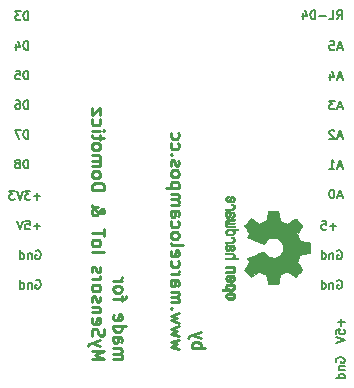
<source format=gbr>
%TF.GenerationSoftware,KiCad,Pcbnew,(5.1.6)-1*%
%TF.CreationDate,2022-03-13T12:34:37-03:00*%
%TF.ProjectId,nRF24L01_Arduino_v2,6e524632-344c-4303-915f-41726475696e,rev?*%
%TF.SameCoordinates,Original*%
%TF.FileFunction,Legend,Bot*%
%TF.FilePolarity,Positive*%
%FSLAX46Y46*%
G04 Gerber Fmt 4.6, Leading zero omitted, Abs format (unit mm)*
G04 Created by KiCad (PCBNEW (5.1.6)-1) date 2022-03-13 12:34:37*
%MOMM*%
%LPD*%
G01*
G04 APERTURE LIST*
%ADD10C,0.150000*%
%ADD11C,0.228600*%
%ADD12C,0.010000*%
G04 APERTURE END LIST*
D10*
X135969695Y-110688266D02*
X135618933Y-110688266D01*
X136039847Y-110898723D02*
X135794314Y-110162123D01*
X135548780Y-110898723D01*
X134952485Y-110162123D02*
X135303247Y-110162123D01*
X135338323Y-110512885D01*
X135303247Y-110477809D01*
X135233095Y-110442733D01*
X135057714Y-110442733D01*
X134987561Y-110477809D01*
X134952485Y-110512885D01*
X134917409Y-110583038D01*
X134917409Y-110758419D01*
X134952485Y-110828571D01*
X134987561Y-110863647D01*
X135057714Y-110898723D01*
X135233095Y-110898723D01*
X135303247Y-110863647D01*
X135338323Y-110828571D01*
X135969695Y-113198066D02*
X135618933Y-113198066D01*
X136039847Y-113408523D02*
X135794314Y-112671923D01*
X135548780Y-113408523D01*
X134987561Y-112917457D02*
X134987561Y-113408523D01*
X135162942Y-112636847D02*
X135338323Y-113162990D01*
X134882333Y-113162990D01*
X135969695Y-115707866D02*
X135618933Y-115707866D01*
X136039847Y-115918323D02*
X135794314Y-115181723D01*
X135548780Y-115918323D01*
X135373400Y-115181723D02*
X134917409Y-115181723D01*
X135162942Y-115462333D01*
X135057714Y-115462333D01*
X134987561Y-115497409D01*
X134952485Y-115532485D01*
X134917409Y-115602638D01*
X134917409Y-115778019D01*
X134952485Y-115848171D01*
X134987561Y-115883247D01*
X135057714Y-115918323D01*
X135268171Y-115918323D01*
X135338323Y-115883247D01*
X135373400Y-115848171D01*
X135969695Y-118217666D02*
X135618933Y-118217666D01*
X136039847Y-118428123D02*
X135794314Y-117691523D01*
X135548780Y-118428123D01*
X135338323Y-117761676D02*
X135303247Y-117726600D01*
X135233095Y-117691523D01*
X135057714Y-117691523D01*
X134987561Y-117726600D01*
X134952485Y-117761676D01*
X134917409Y-117831828D01*
X134917409Y-117901980D01*
X134952485Y-118007209D01*
X135373400Y-118428123D01*
X134917409Y-118428123D01*
X135969695Y-120727466D02*
X135618933Y-120727466D01*
X136039847Y-120937923D02*
X135794314Y-120201323D01*
X135548780Y-120937923D01*
X134917409Y-120937923D02*
X135338323Y-120937923D01*
X135127866Y-120937923D02*
X135127866Y-120201323D01*
X135198019Y-120306552D01*
X135268171Y-120376704D01*
X135338323Y-120411780D01*
X135969695Y-123237266D02*
X135618933Y-123237266D01*
X136039847Y-123447723D02*
X135794314Y-122711123D01*
X135548780Y-123447723D01*
X135162942Y-122711123D02*
X135092790Y-122711123D01*
X135022638Y-122746200D01*
X134987561Y-122781276D01*
X134952485Y-122851428D01*
X134917409Y-122991733D01*
X134917409Y-123167114D01*
X134952485Y-123307419D01*
X134987561Y-123377571D01*
X135022638Y-123412647D01*
X135092790Y-123447723D01*
X135162942Y-123447723D01*
X135233095Y-123412647D01*
X135268171Y-123377571D01*
X135303247Y-123307419D01*
X135338323Y-123167114D01*
X135338323Y-122991733D01*
X135303247Y-122851428D01*
X135268171Y-122781276D01*
X135233095Y-122746200D01*
X135162942Y-122711123D01*
X135521700Y-137321471D02*
X135486623Y-137251319D01*
X135486623Y-137146090D01*
X135521700Y-137040861D01*
X135591852Y-136970709D01*
X135662004Y-136935633D01*
X135802309Y-136900557D01*
X135907538Y-136900557D01*
X136047842Y-136935633D01*
X136117995Y-136970709D01*
X136188147Y-137040861D01*
X136223223Y-137146090D01*
X136223223Y-137216242D01*
X136188147Y-137321471D01*
X136153071Y-137356547D01*
X135907538Y-137356547D01*
X135907538Y-137216242D01*
X135732157Y-137672233D02*
X136223223Y-137672233D01*
X135802309Y-137672233D02*
X135767233Y-137707309D01*
X135732157Y-137777461D01*
X135732157Y-137882690D01*
X135767233Y-137952842D01*
X135837385Y-137987919D01*
X136223223Y-137987919D01*
X136223223Y-138654366D02*
X135486623Y-138654366D01*
X136188147Y-138654366D02*
X136223223Y-138584214D01*
X136223223Y-138443909D01*
X136188147Y-138373757D01*
X136153071Y-138338680D01*
X136082919Y-138303604D01*
X135872461Y-138303604D01*
X135802309Y-138338680D01*
X135767233Y-138373757D01*
X135732157Y-138443909D01*
X135732157Y-138584214D01*
X135767233Y-138654366D01*
X135942614Y-133672942D02*
X135942614Y-134234161D01*
X136223223Y-133953552D02*
X135662004Y-133953552D01*
X135486623Y-134935685D02*
X135486623Y-134584923D01*
X135837385Y-134549847D01*
X135802309Y-134584923D01*
X135767233Y-134655076D01*
X135767233Y-134830457D01*
X135802309Y-134900609D01*
X135837385Y-134935685D01*
X135907538Y-134970761D01*
X136082919Y-134970761D01*
X136153071Y-134935685D01*
X136188147Y-134900609D01*
X136223223Y-134830457D01*
X136223223Y-134655076D01*
X136188147Y-134584923D01*
X136153071Y-134549847D01*
X135486623Y-135181219D02*
X136223223Y-135426752D01*
X135486623Y-135672285D01*
X135547704Y-108283223D02*
X135793238Y-107932461D01*
X135968619Y-108283223D02*
X135968619Y-107546623D01*
X135688009Y-107546623D01*
X135617857Y-107581700D01*
X135582780Y-107616776D01*
X135547704Y-107686928D01*
X135547704Y-107792157D01*
X135582780Y-107862309D01*
X135617857Y-107897385D01*
X135688009Y-107932461D01*
X135968619Y-107932461D01*
X134881257Y-108283223D02*
X135232019Y-108283223D01*
X135232019Y-107546623D01*
X134635723Y-108002614D02*
X134074504Y-108002614D01*
X133723742Y-108283223D02*
X133723742Y-107546623D01*
X133548361Y-107546623D01*
X133443133Y-107581700D01*
X133372980Y-107651852D01*
X133337904Y-107722004D01*
X133302828Y-107862309D01*
X133302828Y-107967538D01*
X133337904Y-108107842D01*
X133372980Y-108177995D01*
X133443133Y-108248147D01*
X133548361Y-108283223D01*
X133723742Y-108283223D01*
X132671457Y-107792157D02*
X132671457Y-108283223D01*
X132846838Y-107511547D02*
X133022219Y-108037690D01*
X132566228Y-108037690D01*
X135520623Y-125812814D02*
X134959404Y-125812814D01*
X135240014Y-126093423D02*
X135240014Y-125532204D01*
X134257880Y-125356823D02*
X134608642Y-125356823D01*
X134643719Y-125707585D01*
X134608642Y-125672509D01*
X134538490Y-125637433D01*
X134363109Y-125637433D01*
X134292957Y-125672509D01*
X134257880Y-125707585D01*
X134222804Y-125777738D01*
X134222804Y-125953119D01*
X134257880Y-126023271D01*
X134292957Y-126058347D01*
X134363109Y-126093423D01*
X134538490Y-126093423D01*
X134608642Y-126058347D01*
X134643719Y-126023271D01*
X135590776Y-127901700D02*
X135660928Y-127866623D01*
X135766157Y-127866623D01*
X135871385Y-127901700D01*
X135941538Y-127971852D01*
X135976614Y-128042004D01*
X136011690Y-128182309D01*
X136011690Y-128287538D01*
X135976614Y-128427842D01*
X135941538Y-128497995D01*
X135871385Y-128568147D01*
X135766157Y-128603223D01*
X135696004Y-128603223D01*
X135590776Y-128568147D01*
X135555700Y-128533071D01*
X135555700Y-128287538D01*
X135696004Y-128287538D01*
X135240014Y-128112157D02*
X135240014Y-128603223D01*
X135240014Y-128182309D02*
X135204938Y-128147233D01*
X135134785Y-128112157D01*
X135029557Y-128112157D01*
X134959404Y-128147233D01*
X134924328Y-128217385D01*
X134924328Y-128603223D01*
X134257880Y-128603223D02*
X134257880Y-127866623D01*
X134257880Y-128568147D02*
X134328033Y-128603223D01*
X134468338Y-128603223D01*
X134538490Y-128568147D01*
X134573566Y-128533071D01*
X134608642Y-128462919D01*
X134608642Y-128252461D01*
X134573566Y-128182309D01*
X134538490Y-128147233D01*
X134468338Y-128112157D01*
X134328033Y-128112157D01*
X134257880Y-128147233D01*
X135590776Y-130411500D02*
X135660928Y-130376423D01*
X135766157Y-130376423D01*
X135871385Y-130411500D01*
X135941538Y-130481652D01*
X135976614Y-130551804D01*
X136011690Y-130692109D01*
X136011690Y-130797338D01*
X135976614Y-130937642D01*
X135941538Y-131007795D01*
X135871385Y-131077947D01*
X135766157Y-131113023D01*
X135696004Y-131113023D01*
X135590776Y-131077947D01*
X135555700Y-131042871D01*
X135555700Y-130797338D01*
X135696004Y-130797338D01*
X135240014Y-130621957D02*
X135240014Y-131113023D01*
X135240014Y-130692109D02*
X135204938Y-130657033D01*
X135134785Y-130621957D01*
X135029557Y-130621957D01*
X134959404Y-130657033D01*
X134924328Y-130727185D01*
X134924328Y-131113023D01*
X134257880Y-131113023D02*
X134257880Y-130376423D01*
X134257880Y-131077947D02*
X134328033Y-131113023D01*
X134468338Y-131113023D01*
X134538490Y-131077947D01*
X134573566Y-131042871D01*
X134608642Y-130972719D01*
X134608642Y-130762261D01*
X134573566Y-130692109D01*
X134538490Y-130657033D01*
X134468338Y-130621957D01*
X134328033Y-130621957D01*
X134257880Y-130657033D01*
X110456019Y-123287914D02*
X109894800Y-123287914D01*
X110175409Y-123568523D02*
X110175409Y-123007304D01*
X109614190Y-122831923D02*
X109158200Y-122831923D01*
X109403733Y-123112533D01*
X109298504Y-123112533D01*
X109228352Y-123147609D01*
X109193276Y-123182685D01*
X109158200Y-123252838D01*
X109158200Y-123428219D01*
X109193276Y-123498371D01*
X109228352Y-123533447D01*
X109298504Y-123568523D01*
X109508961Y-123568523D01*
X109579114Y-123533447D01*
X109614190Y-123498371D01*
X108947742Y-122831923D02*
X108702209Y-123568523D01*
X108456676Y-122831923D01*
X108281295Y-122831923D02*
X107825304Y-122831923D01*
X108070838Y-123112533D01*
X107965609Y-123112533D01*
X107895457Y-123147609D01*
X107860380Y-123182685D01*
X107825304Y-123252838D01*
X107825304Y-123428219D01*
X107860380Y-123498371D01*
X107895457Y-123533447D01*
X107965609Y-123568523D01*
X108176066Y-123568523D01*
X108246219Y-123533447D01*
X108281295Y-123498371D01*
X110456019Y-125797714D02*
X109894800Y-125797714D01*
X110175409Y-126078323D02*
X110175409Y-125517104D01*
X109193276Y-125341723D02*
X109544038Y-125341723D01*
X109579114Y-125692485D01*
X109544038Y-125657409D01*
X109473885Y-125622333D01*
X109298504Y-125622333D01*
X109228352Y-125657409D01*
X109193276Y-125692485D01*
X109158200Y-125762638D01*
X109158200Y-125938019D01*
X109193276Y-126008171D01*
X109228352Y-126043247D01*
X109298504Y-126078323D01*
X109473885Y-126078323D01*
X109544038Y-126043247D01*
X109579114Y-126008171D01*
X108947742Y-125341723D02*
X108702209Y-126078323D01*
X108456676Y-125341723D01*
X110070180Y-127886600D02*
X110140333Y-127851523D01*
X110245561Y-127851523D01*
X110350790Y-127886600D01*
X110420942Y-127956752D01*
X110456019Y-128026904D01*
X110491095Y-128167209D01*
X110491095Y-128272438D01*
X110456019Y-128412742D01*
X110420942Y-128482895D01*
X110350790Y-128553047D01*
X110245561Y-128588123D01*
X110175409Y-128588123D01*
X110070180Y-128553047D01*
X110035104Y-128517971D01*
X110035104Y-128272438D01*
X110175409Y-128272438D01*
X109719419Y-128097057D02*
X109719419Y-128588123D01*
X109719419Y-128167209D02*
X109684342Y-128132133D01*
X109614190Y-128097057D01*
X109508961Y-128097057D01*
X109438809Y-128132133D01*
X109403733Y-128202285D01*
X109403733Y-128588123D01*
X108737285Y-128588123D02*
X108737285Y-127851523D01*
X108737285Y-128553047D02*
X108807438Y-128588123D01*
X108947742Y-128588123D01*
X109017895Y-128553047D01*
X109052971Y-128517971D01*
X109088047Y-128447819D01*
X109088047Y-128237361D01*
X109052971Y-128167209D01*
X109017895Y-128132133D01*
X108947742Y-128097057D01*
X108807438Y-128097057D01*
X108737285Y-128132133D01*
X110070180Y-130396400D02*
X110140333Y-130361323D01*
X110245561Y-130361323D01*
X110350790Y-130396400D01*
X110420942Y-130466552D01*
X110456019Y-130536704D01*
X110491095Y-130677009D01*
X110491095Y-130782238D01*
X110456019Y-130922542D01*
X110420942Y-130992695D01*
X110350790Y-131062847D01*
X110245561Y-131097923D01*
X110175409Y-131097923D01*
X110070180Y-131062847D01*
X110035104Y-131027771D01*
X110035104Y-130782238D01*
X110175409Y-130782238D01*
X109719419Y-130606857D02*
X109719419Y-131097923D01*
X109719419Y-130677009D02*
X109684342Y-130641933D01*
X109614190Y-130606857D01*
X109508961Y-130606857D01*
X109438809Y-130641933D01*
X109403733Y-130712085D01*
X109403733Y-131097923D01*
X108737285Y-131097923D02*
X108737285Y-130361323D01*
X108737285Y-131062847D02*
X108807438Y-131097923D01*
X108947742Y-131097923D01*
X109017895Y-131062847D01*
X109052971Y-131027771D01*
X109088047Y-130957619D01*
X109088047Y-130747161D01*
X109052971Y-130677009D01*
X109017895Y-130641933D01*
X108947742Y-130606857D01*
X108807438Y-130606857D01*
X108737285Y-130641933D01*
X109446180Y-108366273D02*
X109446180Y-107629673D01*
X109270800Y-107629673D01*
X109165571Y-107664750D01*
X109095419Y-107734902D01*
X109060342Y-107805054D01*
X109025266Y-107945359D01*
X109025266Y-108050588D01*
X109060342Y-108190892D01*
X109095419Y-108261045D01*
X109165571Y-108331197D01*
X109270800Y-108366273D01*
X109446180Y-108366273D01*
X108779733Y-107629673D02*
X108323742Y-107629673D01*
X108569276Y-107910283D01*
X108464047Y-107910283D01*
X108393895Y-107945359D01*
X108358819Y-107980435D01*
X108323742Y-108050588D01*
X108323742Y-108225969D01*
X108358819Y-108296121D01*
X108393895Y-108331197D01*
X108464047Y-108366273D01*
X108674504Y-108366273D01*
X108744657Y-108331197D01*
X108779733Y-108296121D01*
X109446180Y-110876073D02*
X109446180Y-110139473D01*
X109270800Y-110139473D01*
X109165571Y-110174550D01*
X109095419Y-110244702D01*
X109060342Y-110314854D01*
X109025266Y-110455159D01*
X109025266Y-110560388D01*
X109060342Y-110700692D01*
X109095419Y-110770845D01*
X109165571Y-110840997D01*
X109270800Y-110876073D01*
X109446180Y-110876073D01*
X108393895Y-110385007D02*
X108393895Y-110876073D01*
X108569276Y-110104397D02*
X108744657Y-110630540D01*
X108288666Y-110630540D01*
X109446180Y-113385873D02*
X109446180Y-112649273D01*
X109270800Y-112649273D01*
X109165571Y-112684350D01*
X109095419Y-112754502D01*
X109060342Y-112824654D01*
X109025266Y-112964959D01*
X109025266Y-113070188D01*
X109060342Y-113210492D01*
X109095419Y-113280645D01*
X109165571Y-113350797D01*
X109270800Y-113385873D01*
X109446180Y-113385873D01*
X108358819Y-112649273D02*
X108709580Y-112649273D01*
X108744657Y-113000035D01*
X108709580Y-112964959D01*
X108639428Y-112929883D01*
X108464047Y-112929883D01*
X108393895Y-112964959D01*
X108358819Y-113000035D01*
X108323742Y-113070188D01*
X108323742Y-113245569D01*
X108358819Y-113315721D01*
X108393895Y-113350797D01*
X108464047Y-113385873D01*
X108639428Y-113385873D01*
X108709580Y-113350797D01*
X108744657Y-113315721D01*
X109446180Y-115895673D02*
X109446180Y-115159073D01*
X109270800Y-115159073D01*
X109165571Y-115194150D01*
X109095419Y-115264302D01*
X109060342Y-115334454D01*
X109025266Y-115474759D01*
X109025266Y-115579988D01*
X109060342Y-115720292D01*
X109095419Y-115790445D01*
X109165571Y-115860597D01*
X109270800Y-115895673D01*
X109446180Y-115895673D01*
X108393895Y-115159073D02*
X108534200Y-115159073D01*
X108604352Y-115194150D01*
X108639428Y-115229226D01*
X108709580Y-115334454D01*
X108744657Y-115474759D01*
X108744657Y-115755369D01*
X108709580Y-115825521D01*
X108674504Y-115860597D01*
X108604352Y-115895673D01*
X108464047Y-115895673D01*
X108393895Y-115860597D01*
X108358819Y-115825521D01*
X108323742Y-115755369D01*
X108323742Y-115579988D01*
X108358819Y-115509835D01*
X108393895Y-115474759D01*
X108464047Y-115439683D01*
X108604352Y-115439683D01*
X108674504Y-115474759D01*
X108709580Y-115509835D01*
X108744657Y-115579988D01*
X109446180Y-118405473D02*
X109446180Y-117668873D01*
X109270800Y-117668873D01*
X109165571Y-117703950D01*
X109095419Y-117774102D01*
X109060342Y-117844254D01*
X109025266Y-117984559D01*
X109025266Y-118089788D01*
X109060342Y-118230092D01*
X109095419Y-118300245D01*
X109165571Y-118370397D01*
X109270800Y-118405473D01*
X109446180Y-118405473D01*
X108779733Y-117668873D02*
X108288666Y-117668873D01*
X108604352Y-118405473D01*
X109446180Y-120915273D02*
X109446180Y-120178673D01*
X109270800Y-120178673D01*
X109165571Y-120213750D01*
X109095419Y-120283902D01*
X109060342Y-120354054D01*
X109025266Y-120494359D01*
X109025266Y-120599588D01*
X109060342Y-120739892D01*
X109095419Y-120810045D01*
X109165571Y-120880197D01*
X109270800Y-120915273D01*
X109446180Y-120915273D01*
X108604352Y-120494359D02*
X108674504Y-120459283D01*
X108709580Y-120424207D01*
X108744657Y-120354054D01*
X108744657Y-120318978D01*
X108709580Y-120248826D01*
X108674504Y-120213750D01*
X108604352Y-120178673D01*
X108464047Y-120178673D01*
X108393895Y-120213750D01*
X108358819Y-120248826D01*
X108323742Y-120318978D01*
X108323742Y-120354054D01*
X108358819Y-120424207D01*
X108393895Y-120459283D01*
X108464047Y-120494359D01*
X108604352Y-120494359D01*
X108674504Y-120529435D01*
X108709580Y-120564511D01*
X108744657Y-120634664D01*
X108744657Y-120774969D01*
X108709580Y-120845121D01*
X108674504Y-120880197D01*
X108604352Y-120915273D01*
X108464047Y-120915273D01*
X108393895Y-120880197D01*
X108358819Y-120845121D01*
X108323742Y-120774969D01*
X108323742Y-120634664D01*
X108358819Y-120564511D01*
X108393895Y-120529435D01*
X108464047Y-120494359D01*
D11*
X116636800Y-137074910D02*
X117348000Y-137074910D01*
X117246400Y-137074910D02*
X117297200Y-137024110D01*
X117348000Y-136922510D01*
X117348000Y-136770110D01*
X117297200Y-136668510D01*
X117195600Y-136617710D01*
X116636800Y-136617710D01*
X117195600Y-136617710D02*
X117297200Y-136566910D01*
X117348000Y-136465310D01*
X117348000Y-136312910D01*
X117297200Y-136211310D01*
X117195600Y-136160510D01*
X116636800Y-136160510D01*
X116636800Y-135195310D02*
X117195600Y-135195310D01*
X117297200Y-135246110D01*
X117348000Y-135347710D01*
X117348000Y-135550910D01*
X117297200Y-135652510D01*
X116687600Y-135195310D02*
X116636800Y-135296910D01*
X116636800Y-135550910D01*
X116687600Y-135652510D01*
X116789200Y-135703310D01*
X116890800Y-135703310D01*
X116992400Y-135652510D01*
X117043200Y-135550910D01*
X117043200Y-135296910D01*
X117094000Y-135195310D01*
X116636800Y-134230110D02*
X117703600Y-134230110D01*
X116687600Y-134230110D02*
X116636800Y-134331710D01*
X116636800Y-134534910D01*
X116687600Y-134636510D01*
X116738400Y-134687310D01*
X116840000Y-134738110D01*
X117144800Y-134738110D01*
X117246400Y-134687310D01*
X117297200Y-134636510D01*
X117348000Y-134534910D01*
X117348000Y-134331710D01*
X117297200Y-134230110D01*
X116687600Y-133315710D02*
X116636800Y-133417310D01*
X116636800Y-133620510D01*
X116687600Y-133722110D01*
X116789200Y-133772910D01*
X117195600Y-133772910D01*
X117297200Y-133722110D01*
X117348000Y-133620510D01*
X117348000Y-133417310D01*
X117297200Y-133315710D01*
X117195600Y-133264910D01*
X117094000Y-133264910D01*
X116992400Y-133772910D01*
X117348000Y-132147310D02*
X117348000Y-131740910D01*
X116636800Y-131994910D02*
X117551200Y-131994910D01*
X117652800Y-131944110D01*
X117703600Y-131842510D01*
X117703600Y-131740910D01*
X116636800Y-131232910D02*
X116687600Y-131334510D01*
X116738400Y-131385310D01*
X116840000Y-131436110D01*
X117144800Y-131436110D01*
X117246400Y-131385310D01*
X117297200Y-131334510D01*
X117348000Y-131232910D01*
X117348000Y-131080510D01*
X117297200Y-130978910D01*
X117246400Y-130928110D01*
X117144800Y-130877310D01*
X116840000Y-130877310D01*
X116738400Y-130928110D01*
X116687600Y-130978910D01*
X116636800Y-131080510D01*
X116636800Y-131232910D01*
X116636800Y-130420110D02*
X117348000Y-130420110D01*
X117144800Y-130420110D02*
X117246400Y-130369310D01*
X117297200Y-130318510D01*
X117348000Y-130216910D01*
X117348000Y-130115310D01*
X114808000Y-137074910D02*
X115874800Y-137074910D01*
X115112800Y-136719310D01*
X115874800Y-136363710D01*
X114808000Y-136363710D01*
X115519200Y-135957310D02*
X114808000Y-135703310D01*
X115519200Y-135449310D02*
X114808000Y-135703310D01*
X114554000Y-135804910D01*
X114503200Y-135855710D01*
X114452400Y-135957310D01*
X114858800Y-135093710D02*
X114808000Y-134941310D01*
X114808000Y-134687310D01*
X114858800Y-134585710D01*
X114909600Y-134534910D01*
X115011200Y-134484110D01*
X115112800Y-134484110D01*
X115214400Y-134534910D01*
X115265200Y-134585710D01*
X115316000Y-134687310D01*
X115366800Y-134890510D01*
X115417600Y-134992110D01*
X115468400Y-135042910D01*
X115570000Y-135093710D01*
X115671600Y-135093710D01*
X115773200Y-135042910D01*
X115824000Y-134992110D01*
X115874800Y-134890510D01*
X115874800Y-134636510D01*
X115824000Y-134484110D01*
X114858800Y-133620510D02*
X114808000Y-133722110D01*
X114808000Y-133925310D01*
X114858800Y-134026910D01*
X114960400Y-134077710D01*
X115366800Y-134077710D01*
X115468400Y-134026910D01*
X115519200Y-133925310D01*
X115519200Y-133722110D01*
X115468400Y-133620510D01*
X115366800Y-133569710D01*
X115265200Y-133569710D01*
X115163600Y-134077710D01*
X115519200Y-133112510D02*
X114808000Y-133112510D01*
X115417600Y-133112510D02*
X115468400Y-133061710D01*
X115519200Y-132960110D01*
X115519200Y-132807710D01*
X115468400Y-132706110D01*
X115366800Y-132655310D01*
X114808000Y-132655310D01*
X114858800Y-132198110D02*
X114808000Y-132096510D01*
X114808000Y-131893310D01*
X114858800Y-131791710D01*
X114960400Y-131740910D01*
X115011200Y-131740910D01*
X115112800Y-131791710D01*
X115163600Y-131893310D01*
X115163600Y-132045710D01*
X115214400Y-132147310D01*
X115316000Y-132198110D01*
X115366800Y-132198110D01*
X115468400Y-132147310D01*
X115519200Y-132045710D01*
X115519200Y-131893310D01*
X115468400Y-131791710D01*
X114808000Y-131131310D02*
X114858800Y-131232910D01*
X114909600Y-131283710D01*
X115011200Y-131334510D01*
X115316000Y-131334510D01*
X115417600Y-131283710D01*
X115468400Y-131232910D01*
X115519200Y-131131310D01*
X115519200Y-130978910D01*
X115468400Y-130877310D01*
X115417600Y-130826510D01*
X115316000Y-130775710D01*
X115011200Y-130775710D01*
X114909600Y-130826510D01*
X114858800Y-130877310D01*
X114808000Y-130978910D01*
X114808000Y-131131310D01*
X114808000Y-130318510D02*
X115519200Y-130318510D01*
X115316000Y-130318510D02*
X115417600Y-130267710D01*
X115468400Y-130216910D01*
X115519200Y-130115310D01*
X115519200Y-130013710D01*
X114858800Y-129708910D02*
X114808000Y-129607310D01*
X114808000Y-129404110D01*
X114858800Y-129302510D01*
X114960400Y-129251710D01*
X115011200Y-129251710D01*
X115112800Y-129302510D01*
X115163600Y-129404110D01*
X115163600Y-129556510D01*
X115214400Y-129658110D01*
X115316000Y-129708910D01*
X115366800Y-129708910D01*
X115468400Y-129658110D01*
X115519200Y-129556510D01*
X115519200Y-129404110D01*
X115468400Y-129302510D01*
X114808000Y-127981710D02*
X115874800Y-127981710D01*
X114808000Y-127321310D02*
X114858800Y-127422910D01*
X114909600Y-127473710D01*
X115011200Y-127524510D01*
X115316000Y-127524510D01*
X115417600Y-127473710D01*
X115468400Y-127422910D01*
X115519200Y-127321310D01*
X115519200Y-127168910D01*
X115468400Y-127067310D01*
X115417600Y-127016510D01*
X115316000Y-126965710D01*
X115011200Y-126965710D01*
X114909600Y-127016510D01*
X114858800Y-127067310D01*
X114808000Y-127168910D01*
X114808000Y-127321310D01*
X115874800Y-126660910D02*
X115874800Y-126051310D01*
X114808000Y-126356110D02*
X115874800Y-126356110D01*
X114808000Y-124019310D02*
X114808000Y-124070110D01*
X114858800Y-124171710D01*
X115011200Y-124324110D01*
X115316000Y-124578110D01*
X115468400Y-124679710D01*
X115620800Y-124730510D01*
X115722400Y-124730510D01*
X115824000Y-124679710D01*
X115874800Y-124578110D01*
X115874800Y-124527310D01*
X115824000Y-124425710D01*
X115722400Y-124374910D01*
X115671600Y-124374910D01*
X115570000Y-124425710D01*
X115519200Y-124476510D01*
X115316000Y-124781310D01*
X115265200Y-124832110D01*
X115163600Y-124882910D01*
X115011200Y-124882910D01*
X114909600Y-124832110D01*
X114858800Y-124781310D01*
X114808000Y-124679710D01*
X114808000Y-124527310D01*
X114858800Y-124425710D01*
X114909600Y-124374910D01*
X115112800Y-124222510D01*
X115265200Y-124171710D01*
X115366800Y-124171710D01*
X114808000Y-122749310D02*
X115874800Y-122749310D01*
X115874800Y-122495310D01*
X115824000Y-122342910D01*
X115722400Y-122241310D01*
X115620800Y-122190510D01*
X115417600Y-122139710D01*
X115265200Y-122139710D01*
X115062000Y-122190510D01*
X114960400Y-122241310D01*
X114858800Y-122342910D01*
X114808000Y-122495310D01*
X114808000Y-122749310D01*
X114808000Y-121530110D02*
X114858800Y-121631710D01*
X114909600Y-121682510D01*
X115011200Y-121733310D01*
X115316000Y-121733310D01*
X115417600Y-121682510D01*
X115468400Y-121631710D01*
X115519200Y-121530110D01*
X115519200Y-121377710D01*
X115468400Y-121276110D01*
X115417600Y-121225310D01*
X115316000Y-121174510D01*
X115011200Y-121174510D01*
X114909600Y-121225310D01*
X114858800Y-121276110D01*
X114808000Y-121377710D01*
X114808000Y-121530110D01*
X114808000Y-120717310D02*
X115519200Y-120717310D01*
X115417600Y-120717310D02*
X115468400Y-120666510D01*
X115519200Y-120564910D01*
X115519200Y-120412510D01*
X115468400Y-120310910D01*
X115366800Y-120260110D01*
X114808000Y-120260110D01*
X115366800Y-120260110D02*
X115468400Y-120209310D01*
X115519200Y-120107710D01*
X115519200Y-119955310D01*
X115468400Y-119853710D01*
X115366800Y-119802910D01*
X114808000Y-119802910D01*
X114808000Y-119142510D02*
X114858800Y-119244110D01*
X114909600Y-119294910D01*
X115011200Y-119345710D01*
X115316000Y-119345710D01*
X115417600Y-119294910D01*
X115468400Y-119244110D01*
X115519200Y-119142510D01*
X115519200Y-118990110D01*
X115468400Y-118888510D01*
X115417600Y-118837710D01*
X115316000Y-118786910D01*
X115011200Y-118786910D01*
X114909600Y-118837710D01*
X114858800Y-118888510D01*
X114808000Y-118990110D01*
X114808000Y-119142510D01*
X115519200Y-118482110D02*
X115519200Y-118075710D01*
X115874800Y-118329710D02*
X114960400Y-118329710D01*
X114858800Y-118278910D01*
X114808000Y-118177310D01*
X114808000Y-118075710D01*
X114808000Y-117720110D02*
X115519200Y-117720110D01*
X115874800Y-117720110D02*
X115824000Y-117770910D01*
X115773200Y-117720110D01*
X115824000Y-117669310D01*
X115874800Y-117720110D01*
X115773200Y-117720110D01*
X114858800Y-116754910D02*
X114808000Y-116856510D01*
X114808000Y-117059710D01*
X114858800Y-117161310D01*
X114909600Y-117212110D01*
X115011200Y-117262910D01*
X115316000Y-117262910D01*
X115417600Y-117212110D01*
X115468400Y-117161310D01*
X115519200Y-117059710D01*
X115519200Y-116856510D01*
X115468400Y-116754910D01*
X115519200Y-116399310D02*
X115519200Y-115840510D01*
X114808000Y-116399310D01*
X114808000Y-115840510D01*
X123304300Y-136122410D02*
X124371100Y-136122410D01*
X123964700Y-136122410D02*
X124015500Y-136020810D01*
X124015500Y-135817610D01*
X123964700Y-135716010D01*
X123913900Y-135665210D01*
X123812300Y-135614410D01*
X123507500Y-135614410D01*
X123405900Y-135665210D01*
X123355100Y-135716010D01*
X123304300Y-135817610D01*
X123304300Y-136020810D01*
X123355100Y-136122410D01*
X124015500Y-135258810D02*
X123304300Y-135004810D01*
X124015500Y-134750810D02*
X123304300Y-135004810D01*
X123050300Y-135106410D01*
X122999500Y-135157210D01*
X122948700Y-135258810D01*
X122186700Y-136224010D02*
X121475500Y-136020810D01*
X121983500Y-135817610D01*
X121475500Y-135614410D01*
X122186700Y-135411210D01*
X122186700Y-135106410D02*
X121475500Y-134903210D01*
X121983500Y-134700010D01*
X121475500Y-134496810D01*
X122186700Y-134293610D01*
X122186700Y-133988810D02*
X121475500Y-133785610D01*
X121983500Y-133582410D01*
X121475500Y-133379210D01*
X122186700Y-133176010D01*
X121577100Y-132769610D02*
X121526300Y-132718810D01*
X121475500Y-132769610D01*
X121526300Y-132820410D01*
X121577100Y-132769610D01*
X121475500Y-132769610D01*
X121475500Y-132261610D02*
X122186700Y-132261610D01*
X122085100Y-132261610D02*
X122135900Y-132210810D01*
X122186700Y-132109210D01*
X122186700Y-131956810D01*
X122135900Y-131855210D01*
X122034300Y-131804410D01*
X121475500Y-131804410D01*
X122034300Y-131804410D02*
X122135900Y-131753610D01*
X122186700Y-131652010D01*
X122186700Y-131499610D01*
X122135900Y-131398010D01*
X122034300Y-131347210D01*
X121475500Y-131347210D01*
X121475500Y-130382010D02*
X122034300Y-130382010D01*
X122135900Y-130432810D01*
X122186700Y-130534410D01*
X122186700Y-130737610D01*
X122135900Y-130839210D01*
X121526300Y-130382010D02*
X121475500Y-130483610D01*
X121475500Y-130737610D01*
X121526300Y-130839210D01*
X121627900Y-130890010D01*
X121729500Y-130890010D01*
X121831100Y-130839210D01*
X121881900Y-130737610D01*
X121881900Y-130483610D01*
X121932700Y-130382010D01*
X121475500Y-129874010D02*
X122186700Y-129874010D01*
X121983500Y-129874010D02*
X122085100Y-129823210D01*
X122135900Y-129772410D01*
X122186700Y-129670810D01*
X122186700Y-129569210D01*
X121526300Y-128756410D02*
X121475500Y-128858010D01*
X121475500Y-129061210D01*
X121526300Y-129162810D01*
X121577100Y-129213610D01*
X121678700Y-129264410D01*
X121983500Y-129264410D01*
X122085100Y-129213610D01*
X122135900Y-129162810D01*
X122186700Y-129061210D01*
X122186700Y-128858010D01*
X122135900Y-128756410D01*
X121526300Y-127892810D02*
X121475500Y-127994410D01*
X121475500Y-128197610D01*
X121526300Y-128299210D01*
X121627900Y-128350010D01*
X122034300Y-128350010D01*
X122135900Y-128299210D01*
X122186700Y-128197610D01*
X122186700Y-127994410D01*
X122135900Y-127892810D01*
X122034300Y-127842010D01*
X121932700Y-127842010D01*
X121831100Y-128350010D01*
X121475500Y-127232410D02*
X121526300Y-127334010D01*
X121627900Y-127384810D01*
X122542300Y-127384810D01*
X121475500Y-126673610D02*
X121526300Y-126775210D01*
X121577100Y-126826010D01*
X121678700Y-126876810D01*
X121983500Y-126876810D01*
X122085100Y-126826010D01*
X122135900Y-126775210D01*
X122186700Y-126673610D01*
X122186700Y-126521210D01*
X122135900Y-126419610D01*
X122085100Y-126368810D01*
X121983500Y-126318010D01*
X121678700Y-126318010D01*
X121577100Y-126368810D01*
X121526300Y-126419610D01*
X121475500Y-126521210D01*
X121475500Y-126673610D01*
X121526300Y-125403610D02*
X121475500Y-125505210D01*
X121475500Y-125708410D01*
X121526300Y-125810010D01*
X121577100Y-125860810D01*
X121678700Y-125911610D01*
X121983500Y-125911610D01*
X122085100Y-125860810D01*
X122135900Y-125810010D01*
X122186700Y-125708410D01*
X122186700Y-125505210D01*
X122135900Y-125403610D01*
X121475500Y-124489210D02*
X122034300Y-124489210D01*
X122135900Y-124540010D01*
X122186700Y-124641610D01*
X122186700Y-124844810D01*
X122135900Y-124946410D01*
X121526300Y-124489210D02*
X121475500Y-124590810D01*
X121475500Y-124844810D01*
X121526300Y-124946410D01*
X121627900Y-124997210D01*
X121729500Y-124997210D01*
X121831100Y-124946410D01*
X121881900Y-124844810D01*
X121881900Y-124590810D01*
X121932700Y-124489210D01*
X121475500Y-123981210D02*
X122186700Y-123981210D01*
X122085100Y-123981210D02*
X122135900Y-123930410D01*
X122186700Y-123828810D01*
X122186700Y-123676410D01*
X122135900Y-123574810D01*
X122034300Y-123524010D01*
X121475500Y-123524010D01*
X122034300Y-123524010D02*
X122135900Y-123473210D01*
X122186700Y-123371610D01*
X122186700Y-123219210D01*
X122135900Y-123117610D01*
X122034300Y-123066810D01*
X121475500Y-123066810D01*
X122186700Y-122558810D02*
X121119900Y-122558810D01*
X122135900Y-122558810D02*
X122186700Y-122457210D01*
X122186700Y-122254010D01*
X122135900Y-122152410D01*
X122085100Y-122101610D01*
X121983500Y-122050810D01*
X121678700Y-122050810D01*
X121577100Y-122101610D01*
X121526300Y-122152410D01*
X121475500Y-122254010D01*
X121475500Y-122457210D01*
X121526300Y-122558810D01*
X121475500Y-121441210D02*
X121526300Y-121542810D01*
X121577100Y-121593610D01*
X121678700Y-121644410D01*
X121983500Y-121644410D01*
X122085100Y-121593610D01*
X122135900Y-121542810D01*
X122186700Y-121441210D01*
X122186700Y-121288810D01*
X122135900Y-121187210D01*
X122085100Y-121136410D01*
X121983500Y-121085610D01*
X121678700Y-121085610D01*
X121577100Y-121136410D01*
X121526300Y-121187210D01*
X121475500Y-121288810D01*
X121475500Y-121441210D01*
X121526300Y-120679210D02*
X121475500Y-120577610D01*
X121475500Y-120374410D01*
X121526300Y-120272810D01*
X121627900Y-120222010D01*
X121678700Y-120222010D01*
X121780300Y-120272810D01*
X121831100Y-120374410D01*
X121831100Y-120526810D01*
X121881900Y-120628410D01*
X121983500Y-120679210D01*
X122034300Y-120679210D01*
X122135900Y-120628410D01*
X122186700Y-120526810D01*
X122186700Y-120374410D01*
X122135900Y-120272810D01*
X121577100Y-119764810D02*
X121526300Y-119714010D01*
X121475500Y-119764810D01*
X121526300Y-119815610D01*
X121577100Y-119764810D01*
X121475500Y-119764810D01*
X121526300Y-118799610D02*
X121475500Y-118901210D01*
X121475500Y-119104410D01*
X121526300Y-119206010D01*
X121577100Y-119256810D01*
X121678700Y-119307610D01*
X121983500Y-119307610D01*
X122085100Y-119256810D01*
X122135900Y-119206010D01*
X122186700Y-119104410D01*
X122186700Y-118901210D01*
X122135900Y-118799610D01*
X121526300Y-117885210D02*
X121475500Y-117986810D01*
X121475500Y-118190010D01*
X121526300Y-118291610D01*
X121577100Y-118342410D01*
X121678700Y-118393210D01*
X121983500Y-118393210D01*
X122085100Y-118342410D01*
X122135900Y-118291610D01*
X122186700Y-118190010D01*
X122186700Y-117986810D01*
X122135900Y-117885210D01*
D12*
%TO.C,REF\u002A\u002A*%
G36*
X126955495Y-130866114D02*
G01*
X126918273Y-130791461D01*
X126849739Y-130725569D01*
X126824352Y-130707423D01*
X126791134Y-130687655D01*
X126755055Y-130674828D01*
X126706902Y-130667490D01*
X126637464Y-130664187D01*
X126545794Y-130663462D01*
X126420170Y-130666737D01*
X126325846Y-130678123D01*
X126255477Y-130699959D01*
X126201714Y-130734581D01*
X126157212Y-130784330D01*
X126154577Y-130787986D01*
X126127623Y-130837015D01*
X126114288Y-130896055D01*
X126111000Y-130971141D01*
X126111000Y-131093205D01*
X125992503Y-131093256D01*
X125926508Y-131094392D01*
X125887798Y-131101314D01*
X125864581Y-131119402D01*
X125845067Y-131154038D01*
X125841080Y-131162355D01*
X125822397Y-131201280D01*
X125810597Y-131231417D01*
X125809578Y-131253826D01*
X125823239Y-131269567D01*
X125855478Y-131279698D01*
X125910196Y-131285277D01*
X125991289Y-131287365D01*
X126102656Y-131287019D01*
X126248198Y-131285300D01*
X126291731Y-131284763D01*
X126441795Y-131282828D01*
X126539958Y-131281096D01*
X126539958Y-131093308D01*
X126456636Y-131092252D01*
X126402120Y-131087562D01*
X126366163Y-131076949D01*
X126338518Y-131058128D01*
X126325035Y-131045350D01*
X126285583Y-130993110D01*
X126282372Y-130946858D01*
X126314951Y-130899133D01*
X126316154Y-130897923D01*
X126341332Y-130878506D01*
X126375553Y-130866693D01*
X126428252Y-130860735D01*
X126508869Y-130858880D01*
X126526729Y-130858846D01*
X126637825Y-130863330D01*
X126714839Y-130877926D01*
X126761853Y-130904350D01*
X126782950Y-130944317D01*
X126785077Y-130967416D01*
X126775100Y-131022238D01*
X126742248Y-131059842D01*
X126682143Y-131082477D01*
X126590402Y-131092394D01*
X126539958Y-131093308D01*
X126539958Y-131281096D01*
X126557940Y-131280778D01*
X126645321Y-131278127D01*
X126709095Y-131274394D01*
X126754418Y-131269093D01*
X126786445Y-131261742D01*
X126810332Y-131251857D01*
X126831236Y-131238954D01*
X126839102Y-131233421D01*
X126913405Y-131160031D01*
X126955533Y-131067240D01*
X126967278Y-130959904D01*
X126955495Y-130866114D01*
G37*
X126955495Y-130866114D02*
X126918273Y-130791461D01*
X126849739Y-130725569D01*
X126824352Y-130707423D01*
X126791134Y-130687655D01*
X126755055Y-130674828D01*
X126706902Y-130667490D01*
X126637464Y-130664187D01*
X126545794Y-130663462D01*
X126420170Y-130666737D01*
X126325846Y-130678123D01*
X126255477Y-130699959D01*
X126201714Y-130734581D01*
X126157212Y-130784330D01*
X126154577Y-130787986D01*
X126127623Y-130837015D01*
X126114288Y-130896055D01*
X126111000Y-130971141D01*
X126111000Y-131093205D01*
X125992503Y-131093256D01*
X125926508Y-131094392D01*
X125887798Y-131101314D01*
X125864581Y-131119402D01*
X125845067Y-131154038D01*
X125841080Y-131162355D01*
X125822397Y-131201280D01*
X125810597Y-131231417D01*
X125809578Y-131253826D01*
X125823239Y-131269567D01*
X125855478Y-131279698D01*
X125910196Y-131285277D01*
X125991289Y-131287365D01*
X126102656Y-131287019D01*
X126248198Y-131285300D01*
X126291731Y-131284763D01*
X126441795Y-131282828D01*
X126539958Y-131281096D01*
X126539958Y-131093308D01*
X126456636Y-131092252D01*
X126402120Y-131087562D01*
X126366163Y-131076949D01*
X126338518Y-131058128D01*
X126325035Y-131045350D01*
X126285583Y-130993110D01*
X126282372Y-130946858D01*
X126314951Y-130899133D01*
X126316154Y-130897923D01*
X126341332Y-130878506D01*
X126375553Y-130866693D01*
X126428252Y-130860735D01*
X126508869Y-130858880D01*
X126526729Y-130858846D01*
X126637825Y-130863330D01*
X126714839Y-130877926D01*
X126761853Y-130904350D01*
X126782950Y-130944317D01*
X126785077Y-130967416D01*
X126775100Y-131022238D01*
X126742248Y-131059842D01*
X126682143Y-131082477D01*
X126590402Y-131092394D01*
X126539958Y-131093308D01*
X126539958Y-131281096D01*
X126557940Y-131280778D01*
X126645321Y-131278127D01*
X126709095Y-131274394D01*
X126754418Y-131269093D01*
X126786445Y-131261742D01*
X126810332Y-131251857D01*
X126831236Y-131238954D01*
X126839102Y-131233421D01*
X126913405Y-131160031D01*
X126955533Y-131067240D01*
X126967278Y-130959904D01*
X126955495Y-130866114D01*
G36*
X126944911Y-129363336D02*
G01*
X126908642Y-129300633D01*
X126872642Y-129257039D01*
X126834925Y-129225155D01*
X126788801Y-129203190D01*
X126727579Y-129189351D01*
X126644569Y-129181847D01*
X126533081Y-129178883D01*
X126452938Y-129178539D01*
X126157935Y-129178539D01*
X126083485Y-129344615D01*
X126406598Y-129354385D01*
X126527271Y-129358421D01*
X126614859Y-129362656D01*
X126675350Y-129367903D01*
X126714732Y-129374975D01*
X126738993Y-129384689D01*
X126754120Y-129397856D01*
X126757394Y-129402081D01*
X126782966Y-129466091D01*
X126772847Y-129530792D01*
X126746000Y-129569308D01*
X126726976Y-129584975D01*
X126702012Y-129595820D01*
X126664166Y-129602712D01*
X126606498Y-129606521D01*
X126522065Y-129608117D01*
X126434072Y-129608385D01*
X126323677Y-129608437D01*
X126245537Y-129610328D01*
X126192835Y-129616655D01*
X126158758Y-129630017D01*
X126136489Y-129653015D01*
X126119213Y-129688246D01*
X126101262Y-129735303D01*
X126081722Y-129786697D01*
X126428515Y-129780579D01*
X126553532Y-129778116D01*
X126645918Y-129775233D01*
X126712119Y-129771102D01*
X126758580Y-129764893D01*
X126791744Y-129755774D01*
X126818056Y-129742917D01*
X126841271Y-129727416D01*
X126915431Y-129652629D01*
X126958316Y-129561372D01*
X126968588Y-129462117D01*
X126944911Y-129363336D01*
G37*
X126944911Y-129363336D02*
X126908642Y-129300633D01*
X126872642Y-129257039D01*
X126834925Y-129225155D01*
X126788801Y-129203190D01*
X126727579Y-129189351D01*
X126644569Y-129181847D01*
X126533081Y-129178883D01*
X126452938Y-129178539D01*
X126157935Y-129178539D01*
X126083485Y-129344615D01*
X126406598Y-129354385D01*
X126527271Y-129358421D01*
X126614859Y-129362656D01*
X126675350Y-129367903D01*
X126714732Y-129374975D01*
X126738993Y-129384689D01*
X126754120Y-129397856D01*
X126757394Y-129402081D01*
X126782966Y-129466091D01*
X126772847Y-129530792D01*
X126746000Y-129569308D01*
X126726976Y-129584975D01*
X126702012Y-129595820D01*
X126664166Y-129602712D01*
X126606498Y-129606521D01*
X126522065Y-129608117D01*
X126434072Y-129608385D01*
X126323677Y-129608437D01*
X126245537Y-129610328D01*
X126192835Y-129616655D01*
X126158758Y-129630017D01*
X126136489Y-129653015D01*
X126119213Y-129688246D01*
X126101262Y-129735303D01*
X126081722Y-129786697D01*
X126428515Y-129780579D01*
X126553532Y-129778116D01*
X126645918Y-129775233D01*
X126712119Y-129771102D01*
X126758580Y-129764893D01*
X126791744Y-129755774D01*
X126818056Y-129742917D01*
X126841271Y-129727416D01*
X126915431Y-129652629D01*
X126958316Y-129561372D01*
X126968588Y-129462117D01*
X126944911Y-129363336D01*
G36*
X126952744Y-131618114D02*
G01*
X126904591Y-131526536D01*
X126827095Y-131458951D01*
X126777273Y-131434943D01*
X126702467Y-131416262D01*
X126607948Y-131406699D01*
X126504790Y-131405792D01*
X126404065Y-131413079D01*
X126316847Y-131428097D01*
X126254209Y-131450385D01*
X126243421Y-131457235D01*
X126162895Y-131538368D01*
X126114664Y-131634734D01*
X126100550Y-131739299D01*
X126122371Y-131845032D01*
X126135453Y-131874457D01*
X126175769Y-131931759D01*
X126229225Y-131982050D01*
X126236005Y-131986803D01*
X126268679Y-132006122D01*
X126303606Y-132018892D01*
X126349586Y-132026436D01*
X126415416Y-132030076D01*
X126509895Y-132031135D01*
X126531077Y-132031154D01*
X126537818Y-132031106D01*
X126537818Y-131835769D01*
X126448651Y-131834632D01*
X126389480Y-131830159D01*
X126351259Y-131820754D01*
X126324947Y-131804824D01*
X126316154Y-131796692D01*
X126282739Y-131749942D01*
X126284263Y-131704553D01*
X126313248Y-131658660D01*
X126344191Y-131631288D01*
X126389357Y-131615077D01*
X126460580Y-131605974D01*
X126468886Y-131605349D01*
X126597963Y-131603796D01*
X126693828Y-131620035D01*
X126755893Y-131653848D01*
X126783568Y-131705016D01*
X126785077Y-131723280D01*
X126777487Y-131771240D01*
X126751192Y-131804047D01*
X126700905Y-131824105D01*
X126621336Y-131833822D01*
X126537818Y-131835769D01*
X126537818Y-132031106D01*
X126631751Y-132030426D01*
X126702094Y-132027371D01*
X126750837Y-132020678D01*
X126786712Y-132009040D01*
X126818452Y-131991147D01*
X126824352Y-131987192D01*
X126903896Y-131920733D01*
X126950071Y-131848315D01*
X126968401Y-131760151D01*
X126969297Y-131730213D01*
X126952744Y-131618114D01*
G37*
X126952744Y-131618114D02*
X126904591Y-131526536D01*
X126827095Y-131458951D01*
X126777273Y-131434943D01*
X126702467Y-131416262D01*
X126607948Y-131406699D01*
X126504790Y-131405792D01*
X126404065Y-131413079D01*
X126316847Y-131428097D01*
X126254209Y-131450385D01*
X126243421Y-131457235D01*
X126162895Y-131538368D01*
X126114664Y-131634734D01*
X126100550Y-131739299D01*
X126122371Y-131845032D01*
X126135453Y-131874457D01*
X126175769Y-131931759D01*
X126229225Y-131982050D01*
X126236005Y-131986803D01*
X126268679Y-132006122D01*
X126303606Y-132018892D01*
X126349586Y-132026436D01*
X126415416Y-132030076D01*
X126509895Y-132031135D01*
X126531077Y-132031154D01*
X126537818Y-132031106D01*
X126537818Y-131835769D01*
X126448651Y-131834632D01*
X126389480Y-131830159D01*
X126351259Y-131820754D01*
X126324947Y-131804824D01*
X126316154Y-131796692D01*
X126282739Y-131749942D01*
X126284263Y-131704553D01*
X126313248Y-131658660D01*
X126344191Y-131631288D01*
X126389357Y-131615077D01*
X126460580Y-131605974D01*
X126468886Y-131605349D01*
X126597963Y-131603796D01*
X126693828Y-131620035D01*
X126755893Y-131653848D01*
X126783568Y-131705016D01*
X126785077Y-131723280D01*
X126777487Y-131771240D01*
X126751192Y-131804047D01*
X126700905Y-131824105D01*
X126621336Y-131833822D01*
X126537818Y-131835769D01*
X126537818Y-132031106D01*
X126631751Y-132030426D01*
X126702094Y-132027371D01*
X126750837Y-132020678D01*
X126786712Y-132009040D01*
X126818452Y-131991147D01*
X126824352Y-131987192D01*
X126903896Y-131920733D01*
X126950071Y-131848315D01*
X126968401Y-131760151D01*
X126969297Y-131730213D01*
X126952744Y-131618114D01*
G36*
X126940255Y-130100746D02*
G01*
X126888433Y-130023714D01*
X126813588Y-129964184D01*
X126718346Y-129928622D01*
X126648244Y-129921429D01*
X126618991Y-129922246D01*
X126596593Y-129929086D01*
X126576526Y-129947888D01*
X126554267Y-129984592D01*
X126525291Y-130045138D01*
X126485073Y-130135466D01*
X126484871Y-130135923D01*
X126446790Y-130219067D01*
X126412975Y-130287247D01*
X126387067Y-130333495D01*
X126372705Y-130350842D01*
X126372589Y-130350846D01*
X126341315Y-130335557D01*
X126306843Y-130299804D01*
X126282010Y-130258758D01*
X126277077Y-130237963D01*
X126294138Y-130181230D01*
X126336867Y-130132373D01*
X126383845Y-130108535D01*
X126418478Y-130085603D01*
X126457919Y-130040682D01*
X126491991Y-129987877D01*
X126510520Y-129941290D01*
X126511538Y-129931548D01*
X126494785Y-129920582D01*
X126451961Y-129919921D01*
X126394219Y-129927980D01*
X126332711Y-129943173D01*
X126278591Y-129963914D01*
X126276490Y-129964962D01*
X126189340Y-130027379D01*
X126130061Y-130108274D01*
X126100966Y-130200144D01*
X126104366Y-130295487D01*
X126142572Y-130386802D01*
X126145259Y-130390862D01*
X126210358Y-130462694D01*
X126295295Y-130509927D01*
X126406979Y-130536066D01*
X126438357Y-130539574D01*
X126586464Y-130545787D01*
X126655532Y-130538339D01*
X126655532Y-130350846D01*
X126612448Y-130348410D01*
X126599874Y-130335086D01*
X126609281Y-130301868D01*
X126631517Y-130249506D01*
X126659390Y-130190976D01*
X126660128Y-130189521D01*
X126686223Y-130139911D01*
X126703637Y-130120000D01*
X126721893Y-130124910D01*
X126745880Y-130145584D01*
X126780594Y-130198181D01*
X126783144Y-130254823D01*
X126757881Y-130305631D01*
X126709153Y-130340724D01*
X126655532Y-130350846D01*
X126655532Y-130538339D01*
X126704964Y-130533008D01*
X126798945Y-130500222D01*
X126864785Y-130454579D01*
X126931319Y-130372198D01*
X126964324Y-130281454D01*
X126966427Y-130188815D01*
X126940255Y-130100746D01*
G37*
X126940255Y-130100746D02*
X126888433Y-130023714D01*
X126813588Y-129964184D01*
X126718346Y-129928622D01*
X126648244Y-129921429D01*
X126618991Y-129922246D01*
X126596593Y-129929086D01*
X126576526Y-129947888D01*
X126554267Y-129984592D01*
X126525291Y-130045138D01*
X126485073Y-130135466D01*
X126484871Y-130135923D01*
X126446790Y-130219067D01*
X126412975Y-130287247D01*
X126387067Y-130333495D01*
X126372705Y-130350842D01*
X126372589Y-130350846D01*
X126341315Y-130335557D01*
X126306843Y-130299804D01*
X126282010Y-130258758D01*
X126277077Y-130237963D01*
X126294138Y-130181230D01*
X126336867Y-130132373D01*
X126383845Y-130108535D01*
X126418478Y-130085603D01*
X126457919Y-130040682D01*
X126491991Y-129987877D01*
X126510520Y-129941290D01*
X126511538Y-129931548D01*
X126494785Y-129920582D01*
X126451961Y-129919921D01*
X126394219Y-129927980D01*
X126332711Y-129943173D01*
X126278591Y-129963914D01*
X126276490Y-129964962D01*
X126189340Y-130027379D01*
X126130061Y-130108274D01*
X126100966Y-130200144D01*
X126104366Y-130295487D01*
X126142572Y-130386802D01*
X126145259Y-130390862D01*
X126210358Y-130462694D01*
X126295295Y-130509927D01*
X126406979Y-130536066D01*
X126438357Y-130539574D01*
X126586464Y-130545787D01*
X126655532Y-130538339D01*
X126655532Y-130350846D01*
X126612448Y-130348410D01*
X126599874Y-130335086D01*
X126609281Y-130301868D01*
X126631517Y-130249506D01*
X126659390Y-130190976D01*
X126660128Y-130189521D01*
X126686223Y-130139911D01*
X126703637Y-130120000D01*
X126721893Y-130124910D01*
X126745880Y-130145584D01*
X126780594Y-130198181D01*
X126783144Y-130254823D01*
X126757881Y-130305631D01*
X126709153Y-130340724D01*
X126655532Y-130350846D01*
X126655532Y-130538339D01*
X126704964Y-130533008D01*
X126798945Y-130500222D01*
X126864785Y-130454579D01*
X126931319Y-130372198D01*
X126964324Y-130281454D01*
X126966427Y-130188815D01*
X126940255Y-130100746D01*
G36*
X127047880Y-128475154D02*
G01*
X126968020Y-128469428D01*
X126920961Y-128462851D01*
X126900434Y-128453738D01*
X126900171Y-128440402D01*
X126902622Y-128436077D01*
X126920364Y-128378556D01*
X126919328Y-128303732D01*
X126901090Y-128227661D01*
X126877495Y-128180082D01*
X126839802Y-128131298D01*
X126797145Y-128095636D01*
X126742943Y-128071155D01*
X126670616Y-128055913D01*
X126573581Y-128047970D01*
X126445258Y-128045384D01*
X126420642Y-128045338D01*
X126144130Y-128045308D01*
X126122680Y-128106839D01*
X126108088Y-128150541D01*
X126101294Y-128174518D01*
X126101231Y-128175223D01*
X126119655Y-128177585D01*
X126170474Y-128179594D01*
X126247007Y-128181099D01*
X126342570Y-128181947D01*
X126400671Y-128182077D01*
X126515229Y-128182349D01*
X126597333Y-128183748D01*
X126653607Y-128187151D01*
X126690674Y-128193433D01*
X126715156Y-128203471D01*
X126733675Y-128218139D01*
X126742594Y-128227298D01*
X126778534Y-128290211D01*
X126781225Y-128358864D01*
X126750830Y-128421152D01*
X126739856Y-128432671D01*
X126719221Y-128449567D01*
X126694744Y-128461286D01*
X126659353Y-128468767D01*
X126605974Y-128472946D01*
X126527534Y-128474763D01*
X126419383Y-128475154D01*
X126144130Y-128475154D01*
X126122680Y-128536685D01*
X126108088Y-128580387D01*
X126101294Y-128604364D01*
X126101231Y-128605070D01*
X126119931Y-128606874D01*
X126172678Y-128608500D01*
X126254443Y-128609883D01*
X126360195Y-128610958D01*
X126484906Y-128611660D01*
X126623545Y-128611923D01*
X127158194Y-128611923D01*
X127211764Y-128484923D01*
X127047880Y-128475154D01*
G37*
X127047880Y-128475154D02*
X126968020Y-128469428D01*
X126920961Y-128462851D01*
X126900434Y-128453738D01*
X126900171Y-128440402D01*
X126902622Y-128436077D01*
X126920364Y-128378556D01*
X126919328Y-128303732D01*
X126901090Y-128227661D01*
X126877495Y-128180082D01*
X126839802Y-128131298D01*
X126797145Y-128095636D01*
X126742943Y-128071155D01*
X126670616Y-128055913D01*
X126573581Y-128047970D01*
X126445258Y-128045384D01*
X126420642Y-128045338D01*
X126144130Y-128045308D01*
X126122680Y-128106839D01*
X126108088Y-128150541D01*
X126101294Y-128174518D01*
X126101231Y-128175223D01*
X126119655Y-128177585D01*
X126170474Y-128179594D01*
X126247007Y-128181099D01*
X126342570Y-128181947D01*
X126400671Y-128182077D01*
X126515229Y-128182349D01*
X126597333Y-128183748D01*
X126653607Y-128187151D01*
X126690674Y-128193433D01*
X126715156Y-128203471D01*
X126733675Y-128218139D01*
X126742594Y-128227298D01*
X126778534Y-128290211D01*
X126781225Y-128358864D01*
X126750830Y-128421152D01*
X126739856Y-128432671D01*
X126719221Y-128449567D01*
X126694744Y-128461286D01*
X126659353Y-128468767D01*
X126605974Y-128472946D01*
X126527534Y-128474763D01*
X126419383Y-128475154D01*
X126144130Y-128475154D01*
X126122680Y-128536685D01*
X126108088Y-128580387D01*
X126101294Y-128604364D01*
X126101231Y-128605070D01*
X126119931Y-128606874D01*
X126172678Y-128608500D01*
X126254443Y-128609883D01*
X126360195Y-128610958D01*
X126484906Y-128611660D01*
X126623545Y-128611923D01*
X127158194Y-128611923D01*
X127211764Y-128484923D01*
X127047880Y-128475154D01*
G36*
X126913697Y-127581499D02*
G01*
X126885267Y-127504940D01*
X126884721Y-127504064D01*
X126849873Y-127456715D01*
X126809148Y-127421759D01*
X126756075Y-127397175D01*
X126684186Y-127380938D01*
X126587008Y-127371025D01*
X126458072Y-127365414D01*
X126439702Y-127364923D01*
X126162713Y-127357859D01*
X126131972Y-127417305D01*
X126111198Y-127460319D01*
X126101354Y-127486290D01*
X126101231Y-127487491D01*
X126119394Y-127491986D01*
X126168388Y-127495556D01*
X126239969Y-127497752D01*
X126297932Y-127498231D01*
X126391830Y-127498242D01*
X126450797Y-127502534D01*
X126478921Y-127517497D01*
X126480294Y-127549518D01*
X126459002Y-127604986D01*
X126419864Y-127688731D01*
X126387357Y-127750311D01*
X126359155Y-127781983D01*
X126328418Y-127791294D01*
X126326896Y-127791308D01*
X126273946Y-127775943D01*
X126245340Y-127730453D01*
X126241197Y-127660834D01*
X126241916Y-127610687D01*
X126227473Y-127584246D01*
X126192782Y-127567757D01*
X126148584Y-127558267D01*
X126123507Y-127571943D01*
X126119918Y-127577093D01*
X126105504Y-127625575D01*
X126103463Y-127693469D01*
X126113017Y-127763388D01*
X126130478Y-127812932D01*
X126188636Y-127881430D01*
X126269592Y-127920366D01*
X126332840Y-127928077D01*
X126389889Y-127922193D01*
X126436458Y-127900899D01*
X126477819Y-127858735D01*
X126519245Y-127790241D01*
X126566007Y-127689956D01*
X126568650Y-127683846D01*
X126610383Y-127593510D01*
X126644609Y-127537765D01*
X126675365Y-127513871D01*
X126706689Y-127519087D01*
X126742617Y-127550672D01*
X126750884Y-127560117D01*
X126782942Y-127623383D01*
X126781593Y-127688936D01*
X126750162Y-127746028D01*
X126691976Y-127783907D01*
X126680554Y-127787426D01*
X126625163Y-127821700D01*
X126598482Y-127865191D01*
X126572040Y-127928077D01*
X126640452Y-127928077D01*
X126739890Y-127908948D01*
X126831098Y-127852169D01*
X126861611Y-127822622D01*
X126900772Y-127755458D01*
X126918500Y-127670044D01*
X126913697Y-127581499D01*
G37*
X126913697Y-127581499D02*
X126885267Y-127504940D01*
X126884721Y-127504064D01*
X126849873Y-127456715D01*
X126809148Y-127421759D01*
X126756075Y-127397175D01*
X126684186Y-127380938D01*
X126587008Y-127371025D01*
X126458072Y-127365414D01*
X126439702Y-127364923D01*
X126162713Y-127357859D01*
X126131972Y-127417305D01*
X126111198Y-127460319D01*
X126101354Y-127486290D01*
X126101231Y-127487491D01*
X126119394Y-127491986D01*
X126168388Y-127495556D01*
X126239969Y-127497752D01*
X126297932Y-127498231D01*
X126391830Y-127498242D01*
X126450797Y-127502534D01*
X126478921Y-127517497D01*
X126480294Y-127549518D01*
X126459002Y-127604986D01*
X126419864Y-127688731D01*
X126387357Y-127750311D01*
X126359155Y-127781983D01*
X126328418Y-127791294D01*
X126326896Y-127791308D01*
X126273946Y-127775943D01*
X126245340Y-127730453D01*
X126241197Y-127660834D01*
X126241916Y-127610687D01*
X126227473Y-127584246D01*
X126192782Y-127567757D01*
X126148584Y-127558267D01*
X126123507Y-127571943D01*
X126119918Y-127577093D01*
X126105504Y-127625575D01*
X126103463Y-127693469D01*
X126113017Y-127763388D01*
X126130478Y-127812932D01*
X126188636Y-127881430D01*
X126269592Y-127920366D01*
X126332840Y-127928077D01*
X126389889Y-127922193D01*
X126436458Y-127900899D01*
X126477819Y-127858735D01*
X126519245Y-127790241D01*
X126566007Y-127689956D01*
X126568650Y-127683846D01*
X126610383Y-127593510D01*
X126644609Y-127537765D01*
X126675365Y-127513871D01*
X126706689Y-127519087D01*
X126742617Y-127550672D01*
X126750884Y-127560117D01*
X126782942Y-127623383D01*
X126781593Y-127688936D01*
X126750162Y-127746028D01*
X126691976Y-127783907D01*
X126680554Y-127787426D01*
X126625163Y-127821700D01*
X126598482Y-127865191D01*
X126572040Y-127928077D01*
X126640452Y-127928077D01*
X126739890Y-127908948D01*
X126831098Y-127852169D01*
X126861611Y-127822622D01*
X126900772Y-127755458D01*
X126918500Y-127670044D01*
X126913697Y-127581499D01*
G36*
X126915330Y-126921638D02*
G01*
X126882579Y-126832883D01*
X126824650Y-126760978D01*
X126783872Y-126732856D01*
X126709046Y-126702198D01*
X126654942Y-126702835D01*
X126618554Y-126735013D01*
X126612367Y-126746919D01*
X126593075Y-126798325D01*
X126598018Y-126824578D01*
X126630413Y-126833470D01*
X126648308Y-126833923D01*
X126714141Y-126850203D01*
X126760193Y-126892635D01*
X126782436Y-126951612D01*
X126776839Y-127017525D01*
X126747771Y-127071105D01*
X126731190Y-127089202D01*
X126711075Y-127102029D01*
X126680668Y-127110694D01*
X126633212Y-127116304D01*
X126561950Y-127119965D01*
X126460125Y-127122785D01*
X126427885Y-127123516D01*
X126317590Y-127126180D01*
X126239964Y-127129208D01*
X126188604Y-127133750D01*
X126157110Y-127140954D01*
X126139080Y-127151967D01*
X126128112Y-127167940D01*
X126123267Y-127178166D01*
X126106699Y-127221594D01*
X126101231Y-127247158D01*
X126119493Y-127255605D01*
X126174704Y-127260761D01*
X126267501Y-127262654D01*
X126398522Y-127261311D01*
X126418731Y-127260893D01*
X126538267Y-127257942D01*
X126625551Y-127254452D01*
X126687409Y-127249486D01*
X126730664Y-127242107D01*
X126762140Y-127231376D01*
X126788661Y-127216355D01*
X126800025Y-127208498D01*
X126850308Y-127163447D01*
X126889419Y-127113060D01*
X126892833Y-127106892D01*
X126919788Y-127016542D01*
X126915330Y-126921638D01*
G37*
X126915330Y-126921638D02*
X126882579Y-126832883D01*
X126824650Y-126760978D01*
X126783872Y-126732856D01*
X126709046Y-126702198D01*
X126654942Y-126702835D01*
X126618554Y-126735013D01*
X126612367Y-126746919D01*
X126593075Y-126798325D01*
X126598018Y-126824578D01*
X126630413Y-126833470D01*
X126648308Y-126833923D01*
X126714141Y-126850203D01*
X126760193Y-126892635D01*
X126782436Y-126951612D01*
X126776839Y-127017525D01*
X126747771Y-127071105D01*
X126731190Y-127089202D01*
X126711075Y-127102029D01*
X126680668Y-127110694D01*
X126633212Y-127116304D01*
X126561950Y-127119965D01*
X126460125Y-127122785D01*
X126427885Y-127123516D01*
X126317590Y-127126180D01*
X126239964Y-127129208D01*
X126188604Y-127133750D01*
X126157110Y-127140954D01*
X126139080Y-127151967D01*
X126128112Y-127167940D01*
X126123267Y-127178166D01*
X126106699Y-127221594D01*
X126101231Y-127247158D01*
X126119493Y-127255605D01*
X126174704Y-127260761D01*
X126267501Y-127262654D01*
X126398522Y-127261311D01*
X126418731Y-127260893D01*
X126538267Y-127257942D01*
X126625551Y-127254452D01*
X126687409Y-127249486D01*
X126730664Y-127242107D01*
X126762140Y-127231376D01*
X126788661Y-127216355D01*
X126800025Y-127208498D01*
X126850308Y-127163447D01*
X126889419Y-127113060D01*
X126892833Y-127106892D01*
X126919788Y-127016542D01*
X126915330Y-126921638D01*
G36*
X126759711Y-126032919D02*
G01*
X126613680Y-126033167D01*
X126501345Y-126034128D01*
X126417322Y-126036206D01*
X126356231Y-126039807D01*
X126312691Y-126045335D01*
X126281321Y-126053196D01*
X126256738Y-126063793D01*
X126242706Y-126071818D01*
X126166612Y-126138272D01*
X126118916Y-126222530D01*
X126101801Y-126315751D01*
X126117454Y-126409100D01*
X126145582Y-126464688D01*
X126194240Y-126523043D01*
X126253667Y-126562814D01*
X126331493Y-126586810D01*
X126435348Y-126597839D01*
X126511538Y-126599401D01*
X126517014Y-126599191D01*
X126517014Y-126462692D01*
X126429645Y-126461859D01*
X126371808Y-126458039D01*
X126333971Y-126449254D01*
X126306602Y-126433526D01*
X126285958Y-126414734D01*
X126246110Y-126351625D01*
X126242705Y-126283863D01*
X126275975Y-126219821D01*
X126280483Y-126214836D01*
X126303933Y-126193561D01*
X126331834Y-126180221D01*
X126373359Y-126172999D01*
X126437684Y-126170077D01*
X126508800Y-126169615D01*
X126598142Y-126170617D01*
X126657742Y-126174762D01*
X126696911Y-126183764D01*
X126724960Y-126199333D01*
X126739856Y-126212098D01*
X126777425Y-126271400D01*
X126781943Y-126339699D01*
X126753247Y-126404890D01*
X126742594Y-126417472D01*
X126718937Y-126438889D01*
X126690749Y-126452256D01*
X126648755Y-126459434D01*
X126583681Y-126462281D01*
X126517014Y-126462692D01*
X126517014Y-126599191D01*
X126634235Y-126594678D01*
X126726423Y-126578638D01*
X126795731Y-126548472D01*
X126849789Y-126501371D01*
X126877495Y-126464688D01*
X126907428Y-126398010D01*
X126921322Y-126320728D01*
X126917603Y-126248890D01*
X126902600Y-126208692D01*
X126898330Y-126192918D01*
X126914250Y-126182450D01*
X126956911Y-126175144D01*
X127021894Y-126169615D01*
X127094268Y-126163563D01*
X127137813Y-126155156D01*
X127162713Y-126139859D01*
X127179155Y-126113136D01*
X127186436Y-126096346D01*
X127213037Y-126032846D01*
X126759711Y-126032919D01*
G37*
X126759711Y-126032919D02*
X126613680Y-126033167D01*
X126501345Y-126034128D01*
X126417322Y-126036206D01*
X126356231Y-126039807D01*
X126312691Y-126045335D01*
X126281321Y-126053196D01*
X126256738Y-126063793D01*
X126242706Y-126071818D01*
X126166612Y-126138272D01*
X126118916Y-126222530D01*
X126101801Y-126315751D01*
X126117454Y-126409100D01*
X126145582Y-126464688D01*
X126194240Y-126523043D01*
X126253667Y-126562814D01*
X126331493Y-126586810D01*
X126435348Y-126597839D01*
X126511538Y-126599401D01*
X126517014Y-126599191D01*
X126517014Y-126462692D01*
X126429645Y-126461859D01*
X126371808Y-126458039D01*
X126333971Y-126449254D01*
X126306602Y-126433526D01*
X126285958Y-126414734D01*
X126246110Y-126351625D01*
X126242705Y-126283863D01*
X126275975Y-126219821D01*
X126280483Y-126214836D01*
X126303933Y-126193561D01*
X126331834Y-126180221D01*
X126373359Y-126172999D01*
X126437684Y-126170077D01*
X126508800Y-126169615D01*
X126598142Y-126170617D01*
X126657742Y-126174762D01*
X126696911Y-126183764D01*
X126724960Y-126199333D01*
X126739856Y-126212098D01*
X126777425Y-126271400D01*
X126781943Y-126339699D01*
X126753247Y-126404890D01*
X126742594Y-126417472D01*
X126718937Y-126438889D01*
X126690749Y-126452256D01*
X126648755Y-126459434D01*
X126583681Y-126462281D01*
X126517014Y-126462692D01*
X126517014Y-126599191D01*
X126634235Y-126594678D01*
X126726423Y-126578638D01*
X126795731Y-126548472D01*
X126849789Y-126501371D01*
X126877495Y-126464688D01*
X126907428Y-126398010D01*
X126921322Y-126320728D01*
X126917603Y-126248890D01*
X126902600Y-126208692D01*
X126898330Y-126192918D01*
X126914250Y-126182450D01*
X126956911Y-126175144D01*
X127021894Y-126169615D01*
X127094268Y-126163563D01*
X127137813Y-126155156D01*
X127162713Y-126139859D01*
X127179155Y-126113136D01*
X127186436Y-126096346D01*
X127213037Y-126032846D01*
X126759711Y-126032919D01*
G36*
X126903338Y-125239071D02*
G01*
X126851932Y-125236089D01*
X126773808Y-125233753D01*
X126675143Y-125232251D01*
X126571657Y-125231769D01*
X126221467Y-125231769D01*
X126159637Y-125293599D01*
X126121538Y-125336207D01*
X126106105Y-125373610D01*
X126107082Y-125424730D01*
X126109567Y-125445022D01*
X126116800Y-125508446D01*
X126120945Y-125560905D01*
X126121328Y-125573692D01*
X126118824Y-125616801D01*
X126112538Y-125678456D01*
X126109567Y-125702362D01*
X126104972Y-125761078D01*
X126114954Y-125800536D01*
X126145772Y-125839662D01*
X126159637Y-125853785D01*
X126221467Y-125915615D01*
X126876497Y-125915615D01*
X126899171Y-125865850D01*
X126915966Y-125822998D01*
X126921846Y-125797927D01*
X126903264Y-125791499D01*
X126851345Y-125785491D01*
X126771828Y-125780303D01*
X126670454Y-125776336D01*
X126584808Y-125774423D01*
X126247769Y-125769077D01*
X126241175Y-125722440D01*
X126245786Y-125680024D01*
X126260713Y-125659240D01*
X126288623Y-125653430D01*
X126348075Y-125648470D01*
X126431534Y-125644754D01*
X126531468Y-125642676D01*
X126582896Y-125642376D01*
X126878946Y-125642077D01*
X126900396Y-125580546D01*
X126914980Y-125536996D01*
X126921781Y-125513306D01*
X126921846Y-125512623D01*
X126903358Y-125510246D01*
X126852094Y-125507634D01*
X126774351Y-125505005D01*
X126676426Y-125502579D01*
X126584808Y-125500885D01*
X126247769Y-125495539D01*
X126247769Y-125378308D01*
X126555254Y-125372928D01*
X126862739Y-125367549D01*
X126892293Y-125310399D01*
X126912587Y-125268203D01*
X126921796Y-125243230D01*
X126921846Y-125242509D01*
X126903338Y-125239071D01*
G37*
X126903338Y-125239071D02*
X126851932Y-125236089D01*
X126773808Y-125233753D01*
X126675143Y-125232251D01*
X126571657Y-125231769D01*
X126221467Y-125231769D01*
X126159637Y-125293599D01*
X126121538Y-125336207D01*
X126106105Y-125373610D01*
X126107082Y-125424730D01*
X126109567Y-125445022D01*
X126116800Y-125508446D01*
X126120945Y-125560905D01*
X126121328Y-125573692D01*
X126118824Y-125616801D01*
X126112538Y-125678456D01*
X126109567Y-125702362D01*
X126104972Y-125761078D01*
X126114954Y-125800536D01*
X126145772Y-125839662D01*
X126159637Y-125853785D01*
X126221467Y-125915615D01*
X126876497Y-125915615D01*
X126899171Y-125865850D01*
X126915966Y-125822998D01*
X126921846Y-125797927D01*
X126903264Y-125791499D01*
X126851345Y-125785491D01*
X126771828Y-125780303D01*
X126670454Y-125776336D01*
X126584808Y-125774423D01*
X126247769Y-125769077D01*
X126241175Y-125722440D01*
X126245786Y-125680024D01*
X126260713Y-125659240D01*
X126288623Y-125653430D01*
X126348075Y-125648470D01*
X126431534Y-125644754D01*
X126531468Y-125642676D01*
X126582896Y-125642376D01*
X126878946Y-125642077D01*
X126900396Y-125580546D01*
X126914980Y-125536996D01*
X126921781Y-125513306D01*
X126921846Y-125512623D01*
X126903358Y-125510246D01*
X126852094Y-125507634D01*
X126774351Y-125505005D01*
X126676426Y-125502579D01*
X126584808Y-125500885D01*
X126247769Y-125495539D01*
X126247769Y-125378308D01*
X126555254Y-125372928D01*
X126862739Y-125367549D01*
X126892293Y-125310399D01*
X126912587Y-125268203D01*
X126921796Y-125243230D01*
X126921846Y-125242509D01*
X126903338Y-125239071D01*
G36*
X126906472Y-124747667D02*
G01*
X126880883Y-124691410D01*
X126849876Y-124647253D01*
X126815205Y-124614899D01*
X126770480Y-124592562D01*
X126709308Y-124578454D01*
X126625299Y-124570789D01*
X126512060Y-124567780D01*
X126437491Y-124567462D01*
X126146580Y-124567462D01*
X126123905Y-124617227D01*
X126107333Y-124656424D01*
X126101231Y-124675843D01*
X126119390Y-124679558D01*
X126168352Y-124682505D01*
X126239847Y-124684309D01*
X126296615Y-124684692D01*
X126378629Y-124686339D01*
X126443691Y-124690778D01*
X126483533Y-124697260D01*
X126492000Y-124702410D01*
X126483354Y-124737023D01*
X126461177Y-124791360D01*
X126431114Y-124854278D01*
X126398808Y-124914632D01*
X126369902Y-124961279D01*
X126350039Y-124983074D01*
X126349825Y-124983161D01*
X126313065Y-124981286D01*
X126277974Y-124964475D01*
X126249472Y-124934961D01*
X126239939Y-124891884D01*
X126241050Y-124855068D01*
X126241867Y-124802926D01*
X126229651Y-124775556D01*
X126197376Y-124759118D01*
X126191290Y-124757045D01*
X126145261Y-124749919D01*
X126117313Y-124768976D01*
X126103993Y-124818647D01*
X126101530Y-124872303D01*
X126119790Y-124968858D01*
X126145869Y-125018841D01*
X126207132Y-125080571D01*
X126282330Y-125113310D01*
X126361789Y-125116247D01*
X126435833Y-125088576D01*
X126482231Y-125046953D01*
X126508207Y-125005396D01*
X126541093Y-124940078D01*
X126574443Y-124863962D01*
X126579539Y-124851274D01*
X126616435Y-124767667D01*
X126648954Y-124719470D01*
X126681282Y-124703970D01*
X126717606Y-124718450D01*
X126746000Y-124743308D01*
X126780961Y-124802061D01*
X126783583Y-124866707D01*
X126756642Y-124925992D01*
X126702912Y-124968661D01*
X126689050Y-124974261D01*
X126638064Y-125006867D01*
X126600213Y-125054470D01*
X126569150Y-125114539D01*
X126657232Y-125114539D01*
X126711049Y-125111003D01*
X126753466Y-125095844D01*
X126798721Y-125062232D01*
X126833580Y-125029965D01*
X126882938Y-124979791D01*
X126909453Y-124940807D01*
X126920089Y-124898936D01*
X126921846Y-124851540D01*
X126906472Y-124747667D01*
G37*
X126906472Y-124747667D02*
X126880883Y-124691410D01*
X126849876Y-124647253D01*
X126815205Y-124614899D01*
X126770480Y-124592562D01*
X126709308Y-124578454D01*
X126625299Y-124570789D01*
X126512060Y-124567780D01*
X126437491Y-124567462D01*
X126146580Y-124567462D01*
X126123905Y-124617227D01*
X126107333Y-124656424D01*
X126101231Y-124675843D01*
X126119390Y-124679558D01*
X126168352Y-124682505D01*
X126239847Y-124684309D01*
X126296615Y-124684692D01*
X126378629Y-124686339D01*
X126443691Y-124690778D01*
X126483533Y-124697260D01*
X126492000Y-124702410D01*
X126483354Y-124737023D01*
X126461177Y-124791360D01*
X126431114Y-124854278D01*
X126398808Y-124914632D01*
X126369902Y-124961279D01*
X126350039Y-124983074D01*
X126349825Y-124983161D01*
X126313065Y-124981286D01*
X126277974Y-124964475D01*
X126249472Y-124934961D01*
X126239939Y-124891884D01*
X126241050Y-124855068D01*
X126241867Y-124802926D01*
X126229651Y-124775556D01*
X126197376Y-124759118D01*
X126191290Y-124757045D01*
X126145261Y-124749919D01*
X126117313Y-124768976D01*
X126103993Y-124818647D01*
X126101530Y-124872303D01*
X126119790Y-124968858D01*
X126145869Y-125018841D01*
X126207132Y-125080571D01*
X126282330Y-125113310D01*
X126361789Y-125116247D01*
X126435833Y-125088576D01*
X126482231Y-125046953D01*
X126508207Y-125005396D01*
X126541093Y-124940078D01*
X126574443Y-124863962D01*
X126579539Y-124851274D01*
X126616435Y-124767667D01*
X126648954Y-124719470D01*
X126681282Y-124703970D01*
X126717606Y-124718450D01*
X126746000Y-124743308D01*
X126780961Y-124802061D01*
X126783583Y-124866707D01*
X126756642Y-124925992D01*
X126702912Y-124968661D01*
X126689050Y-124974261D01*
X126638064Y-125006867D01*
X126600213Y-125054470D01*
X126569150Y-125114539D01*
X126657232Y-125114539D01*
X126711049Y-125111003D01*
X126753466Y-125095844D01*
X126798721Y-125062232D01*
X126833580Y-125029965D01*
X126882938Y-124979791D01*
X126909453Y-124940807D01*
X126920089Y-124898936D01*
X126921846Y-124851540D01*
X126906472Y-124747667D01*
G36*
X126903218Y-124064193D02*
G01*
X126893012Y-124040839D01*
X126848866Y-123985098D01*
X126785033Y-123937431D01*
X126716913Y-123907952D01*
X126683330Y-123903154D01*
X126636444Y-123919240D01*
X126611635Y-123954525D01*
X126596613Y-123992356D01*
X126593845Y-124009679D01*
X126613934Y-124018114D01*
X126657649Y-124034770D01*
X126677402Y-124042077D01*
X126745729Y-124083052D01*
X126779809Y-124142378D01*
X126778761Y-124218448D01*
X126777419Y-124224082D01*
X126758164Y-124264695D01*
X126720625Y-124294552D01*
X126660191Y-124314945D01*
X126572249Y-124327164D01*
X126452187Y-124332500D01*
X126388302Y-124333000D01*
X126287597Y-124333248D01*
X126218946Y-124334874D01*
X126175327Y-124339199D01*
X126149718Y-124347546D01*
X126135097Y-124361235D01*
X126124442Y-124381589D01*
X126123905Y-124382766D01*
X126107333Y-124421962D01*
X126101231Y-124441381D01*
X126119681Y-124444365D01*
X126170677Y-124446919D01*
X126247692Y-124448860D01*
X126344195Y-124450003D01*
X126414816Y-124450231D01*
X126551475Y-124449068D01*
X126655149Y-124444521D01*
X126731892Y-124435001D01*
X126787754Y-124418919D01*
X126828788Y-124394687D01*
X126861046Y-124360714D01*
X126883560Y-124327167D01*
X126913524Y-124246501D01*
X126920282Y-124152619D01*
X126903218Y-124064193D01*
G37*
X126903218Y-124064193D02*
X126893012Y-124040839D01*
X126848866Y-123985098D01*
X126785033Y-123937431D01*
X126716913Y-123907952D01*
X126683330Y-123903154D01*
X126636444Y-123919240D01*
X126611635Y-123954525D01*
X126596613Y-123992356D01*
X126593845Y-124009679D01*
X126613934Y-124018114D01*
X126657649Y-124034770D01*
X126677402Y-124042077D01*
X126745729Y-124083052D01*
X126779809Y-124142378D01*
X126778761Y-124218448D01*
X126777419Y-124224082D01*
X126758164Y-124264695D01*
X126720625Y-124294552D01*
X126660191Y-124314945D01*
X126572249Y-124327164D01*
X126452187Y-124332500D01*
X126388302Y-124333000D01*
X126287597Y-124333248D01*
X126218946Y-124334874D01*
X126175327Y-124339199D01*
X126149718Y-124347546D01*
X126135097Y-124361235D01*
X126124442Y-124381589D01*
X126123905Y-124382766D01*
X126107333Y-124421962D01*
X126101231Y-124441381D01*
X126119681Y-124444365D01*
X126170677Y-124446919D01*
X126247692Y-124448860D01*
X126344195Y-124450003D01*
X126414816Y-124450231D01*
X126551475Y-124449068D01*
X126655149Y-124444521D01*
X126731892Y-124435001D01*
X126787754Y-124418919D01*
X126828788Y-124394687D01*
X126861046Y-124360714D01*
X126883560Y-124327167D01*
X126913524Y-124246501D01*
X126920282Y-124152619D01*
X126903218Y-124064193D01*
G36*
X126892162Y-123389776D02*
G01*
X126841639Y-123312472D01*
X126796410Y-123275186D01*
X126714337Y-123245647D01*
X126649393Y-123243301D01*
X126562555Y-123248615D01*
X126474897Y-123448885D01*
X126430113Y-123546261D01*
X126394087Y-123609887D01*
X126362883Y-123642971D01*
X126332564Y-123648720D01*
X126299195Y-123630342D01*
X126277077Y-123610077D01*
X126241607Y-123551111D01*
X126239121Y-123486976D01*
X126266765Y-123428074D01*
X126321680Y-123384803D01*
X126341072Y-123377064D01*
X126401636Y-123339994D01*
X126427448Y-123297346D01*
X126449529Y-123238846D01*
X126365816Y-123238846D01*
X126308850Y-123244018D01*
X126260811Y-123264277D01*
X126205654Y-123306738D01*
X126198486Y-123313049D01*
X126149415Y-123360280D01*
X126123080Y-123400879D01*
X126110965Y-123451672D01*
X126106997Y-123493780D01*
X126106009Y-123569098D01*
X126118534Y-123622714D01*
X126137131Y-123656162D01*
X126178025Y-123708732D01*
X126222252Y-123745121D01*
X126277874Y-123768150D01*
X126352953Y-123780641D01*
X126455551Y-123785413D01*
X126507624Y-123785794D01*
X126570052Y-123784499D01*
X126570052Y-123666529D01*
X126536562Y-123665161D01*
X126531077Y-123661751D01*
X126538528Y-123639247D01*
X126558247Y-123590818D01*
X126586282Y-123526092D01*
X126592308Y-123512557D01*
X126633904Y-123430756D01*
X126670462Y-123385688D01*
X126704704Y-123375783D01*
X126739352Y-123399474D01*
X126754661Y-123419040D01*
X126785279Y-123489640D01*
X126780220Y-123555720D01*
X126742849Y-123611041D01*
X126676527Y-123649364D01*
X126623884Y-123661651D01*
X126570052Y-123666529D01*
X126570052Y-123784499D01*
X126629280Y-123783270D01*
X126719290Y-123773968D01*
X126784833Y-123755540D01*
X126833088Y-123725640D01*
X126871233Y-123681920D01*
X126883560Y-123662859D01*
X126915664Y-123576274D01*
X126917684Y-123481478D01*
X126892162Y-123389776D01*
G37*
X126892162Y-123389776D02*
X126841639Y-123312472D01*
X126796410Y-123275186D01*
X126714337Y-123245647D01*
X126649393Y-123243301D01*
X126562555Y-123248615D01*
X126474897Y-123448885D01*
X126430113Y-123546261D01*
X126394087Y-123609887D01*
X126362883Y-123642971D01*
X126332564Y-123648720D01*
X126299195Y-123630342D01*
X126277077Y-123610077D01*
X126241607Y-123551111D01*
X126239121Y-123486976D01*
X126266765Y-123428074D01*
X126321680Y-123384803D01*
X126341072Y-123377064D01*
X126401636Y-123339994D01*
X126427448Y-123297346D01*
X126449529Y-123238846D01*
X126365816Y-123238846D01*
X126308850Y-123244018D01*
X126260811Y-123264277D01*
X126205654Y-123306738D01*
X126198486Y-123313049D01*
X126149415Y-123360280D01*
X126123080Y-123400879D01*
X126110965Y-123451672D01*
X126106997Y-123493780D01*
X126106009Y-123569098D01*
X126118534Y-123622714D01*
X126137131Y-123656162D01*
X126178025Y-123708732D01*
X126222252Y-123745121D01*
X126277874Y-123768150D01*
X126352953Y-123780641D01*
X126455551Y-123785413D01*
X126507624Y-123785794D01*
X126570052Y-123784499D01*
X126570052Y-123666529D01*
X126536562Y-123665161D01*
X126531077Y-123661751D01*
X126538528Y-123639247D01*
X126558247Y-123590818D01*
X126586282Y-123526092D01*
X126592308Y-123512557D01*
X126633904Y-123430756D01*
X126670462Y-123385688D01*
X126704704Y-123375783D01*
X126739352Y-123399474D01*
X126754661Y-123419040D01*
X126785279Y-123489640D01*
X126780220Y-123555720D01*
X126742849Y-123611041D01*
X126676527Y-123649364D01*
X126623884Y-123661651D01*
X126570052Y-123666529D01*
X126570052Y-123784499D01*
X126629280Y-123783270D01*
X126719290Y-123773968D01*
X126784833Y-123755540D01*
X126833088Y-123725640D01*
X126871233Y-123681920D01*
X126883560Y-123662859D01*
X126915664Y-123576274D01*
X126917684Y-123481478D01*
X126892162Y-123389776D01*
G36*
X133252224Y-127495122D02*
G01*
X133251645Y-127389388D01*
X133250078Y-127312868D01*
X133247028Y-127260628D01*
X133242004Y-127227737D01*
X133234511Y-127209263D01*
X133224056Y-127200273D01*
X133210147Y-127195837D01*
X133208346Y-127195406D01*
X133175855Y-127188667D01*
X133111748Y-127176192D01*
X133022849Y-127159281D01*
X132915981Y-127139229D01*
X132797967Y-127117336D01*
X132793822Y-127116571D01*
X132678169Y-127094641D01*
X132575986Y-127074123D01*
X132493402Y-127056341D01*
X132436544Y-127042619D01*
X132411542Y-127034282D01*
X132411099Y-127033884D01*
X132398890Y-127009323D01*
X132378544Y-126958685D01*
X132354455Y-126892905D01*
X132354326Y-126892539D01*
X132323182Y-126809683D01*
X132283509Y-126712000D01*
X132243619Y-126619923D01*
X132241647Y-126615566D01*
X132173580Y-126465593D01*
X132400361Y-126133502D01*
X132469496Y-126031626D01*
X132531303Y-125939343D01*
X132582267Y-125861997D01*
X132618873Y-125804936D01*
X132637606Y-125773505D01*
X132638996Y-125770521D01*
X132632810Y-125747679D01*
X132602965Y-125705018D01*
X132548053Y-125640872D01*
X132466666Y-125553579D01*
X132380078Y-125464465D01*
X132294753Y-125378559D01*
X132216892Y-125301673D01*
X132151303Y-125238436D01*
X132102795Y-125193477D01*
X132076175Y-125171424D01*
X132074805Y-125170604D01*
X132056537Y-125168166D01*
X132026705Y-125177350D01*
X131981279Y-125200426D01*
X131916230Y-125239663D01*
X131827530Y-125297330D01*
X131713343Y-125374205D01*
X131612838Y-125442430D01*
X131522697Y-125503418D01*
X131448151Y-125553644D01*
X131394435Y-125589584D01*
X131366782Y-125607713D01*
X131364905Y-125608854D01*
X131338410Y-125606641D01*
X131286914Y-125589862D01*
X131220149Y-125561858D01*
X131198828Y-125551878D01*
X131103841Y-125508328D01*
X130996063Y-125461866D01*
X130902808Y-125424123D01*
X130833594Y-125396927D01*
X130780994Y-125375325D01*
X130753503Y-125362842D01*
X130751384Y-125361291D01*
X130747876Y-125338332D01*
X130738262Y-125284214D01*
X130723911Y-125206132D01*
X130706193Y-125111281D01*
X130686475Y-125006857D01*
X130666126Y-124900056D01*
X130646514Y-124798074D01*
X130629009Y-124708106D01*
X130614978Y-124637347D01*
X130605791Y-124592994D01*
X130603193Y-124582115D01*
X130596782Y-124570878D01*
X130582303Y-124562395D01*
X130554867Y-124556286D01*
X130509589Y-124552168D01*
X130441580Y-124549659D01*
X130345953Y-124548379D01*
X130217820Y-124547946D01*
X130165299Y-124547923D01*
X129738155Y-124547923D01*
X129717909Y-124650500D01*
X129706930Y-124707569D01*
X129690905Y-124792731D01*
X129671767Y-124895628D01*
X129651449Y-125005904D01*
X129645868Y-125036385D01*
X129626083Y-125138145D01*
X129606627Y-125226795D01*
X129589303Y-125294892D01*
X129575912Y-125334996D01*
X129571921Y-125341677D01*
X129543658Y-125358081D01*
X129488891Y-125381601D01*
X129418412Y-125407684D01*
X129403231Y-125412858D01*
X129309104Y-125447044D01*
X129202899Y-125489477D01*
X129107527Y-125531003D01*
X129107084Y-125531208D01*
X128957475Y-125600360D01*
X128288383Y-125145488D01*
X127995884Y-125437500D01*
X127908830Y-125525820D01*
X127832091Y-125606375D01*
X127769763Y-125674640D01*
X127725944Y-125726092D01*
X127704730Y-125756206D01*
X127703384Y-125760526D01*
X127713984Y-125785889D01*
X127743453Y-125837642D01*
X127788295Y-125910132D01*
X127845016Y-125997706D01*
X127908538Y-126092388D01*
X127973332Y-126188484D01*
X128029713Y-126274163D01*
X128074212Y-126343984D01*
X128103361Y-126392506D01*
X128113692Y-126414218D01*
X128104950Y-126440707D01*
X128081913Y-126490938D01*
X128049369Y-126554549D01*
X128045751Y-126561292D01*
X128002790Y-126646954D01*
X127981721Y-126705694D01*
X127981497Y-126742228D01*
X128001072Y-126761269D01*
X128001346Y-126761380D01*
X128024528Y-126770898D01*
X128079559Y-126793597D01*
X128162178Y-126827718D01*
X128268128Y-126871500D01*
X128393148Y-126923184D01*
X128532980Y-126981008D01*
X128668363Y-127037009D01*
X128817766Y-127098553D01*
X128956168Y-127155061D01*
X129079327Y-127204839D01*
X129182998Y-127246194D01*
X129262941Y-127277432D01*
X129314912Y-127296859D01*
X129334308Y-127302846D01*
X129356557Y-127287832D01*
X129392018Y-127248561D01*
X129431113Y-127196193D01*
X129554755Y-127047059D01*
X129696478Y-126930489D01*
X129853296Y-126847882D01*
X130022225Y-126800634D01*
X130200278Y-126790143D01*
X130282461Y-126797769D01*
X130452969Y-126839318D01*
X130603541Y-126910877D01*
X130732691Y-127008005D01*
X130838936Y-127126266D01*
X130920790Y-127261220D01*
X130976768Y-127408429D01*
X131005385Y-127563456D01*
X131005156Y-127721861D01*
X130974595Y-127879206D01*
X130912218Y-128031054D01*
X130816540Y-128172965D01*
X130762428Y-128232197D01*
X130623480Y-128345797D01*
X130471639Y-128424894D01*
X130311333Y-128470014D01*
X130146988Y-128481684D01*
X129983029Y-128460431D01*
X129823882Y-128406780D01*
X129673975Y-128321260D01*
X129537733Y-128204395D01*
X129431113Y-128073807D01*
X129390358Y-128019412D01*
X129355282Y-127980986D01*
X129334274Y-127967154D01*
X129311365Y-127974397D01*
X129256635Y-127994995D01*
X129174328Y-128027254D01*
X129068685Y-128069479D01*
X128943950Y-128119977D01*
X128804364Y-128177052D01*
X128668330Y-128233146D01*
X128518799Y-128295033D01*
X128380233Y-128352356D01*
X128256893Y-128403356D01*
X128153036Y-128446273D01*
X128072920Y-128479347D01*
X128020805Y-128500819D01*
X128001346Y-128508775D01*
X127981577Y-128527571D01*
X127981635Y-128563926D01*
X128002559Y-128622521D01*
X128045387Y-128708032D01*
X128045751Y-128708708D01*
X128078988Y-128773093D01*
X128103198Y-128825139D01*
X128113596Y-128854488D01*
X128113692Y-128855783D01*
X128103145Y-128877876D01*
X128073816Y-128926652D01*
X128029173Y-128996669D01*
X127972686Y-129082486D01*
X127908538Y-129177612D01*
X127843589Y-129274460D01*
X127787104Y-129361747D01*
X127742579Y-129433819D01*
X127713510Y-129485023D01*
X127703384Y-129509474D01*
X127716693Y-129531990D01*
X127753888Y-129577258D01*
X127810872Y-129640756D01*
X127883551Y-129717961D01*
X127967829Y-129804349D01*
X127995984Y-129832601D01*
X128288584Y-130124713D01*
X128614896Y-129902369D01*
X128715103Y-129834798D01*
X128805037Y-129775493D01*
X128879490Y-129727783D01*
X128933249Y-129694993D01*
X128961106Y-129680452D01*
X128963088Y-129680026D01*
X128989345Y-129687692D01*
X129042163Y-129708311D01*
X129112690Y-129738315D01*
X129159907Y-129759375D01*
X129250306Y-129798752D01*
X129341634Y-129835835D01*
X129418800Y-129864585D01*
X129442308Y-129872395D01*
X129505084Y-129894583D01*
X129553589Y-129916273D01*
X129571921Y-129928187D01*
X129583141Y-129954477D01*
X129599046Y-130011858D01*
X129617833Y-130092882D01*
X129637701Y-130190105D01*
X129645868Y-130233615D01*
X129666171Y-130344104D01*
X129685830Y-130450084D01*
X129702912Y-130541199D01*
X129715482Y-130607092D01*
X129717909Y-130619500D01*
X129738155Y-130722077D01*
X130165299Y-130722077D01*
X130305754Y-130721847D01*
X130412021Y-130720901D01*
X130488987Y-130718859D01*
X130541540Y-130715338D01*
X130574567Y-130709957D01*
X130592955Y-130702334D01*
X130601592Y-130692088D01*
X130603193Y-130687885D01*
X130608873Y-130662530D01*
X130620205Y-130606516D01*
X130635821Y-130527036D01*
X130654353Y-130431288D01*
X130674431Y-130326467D01*
X130694688Y-130219768D01*
X130713754Y-130118387D01*
X130730261Y-130029521D01*
X130742841Y-129960363D01*
X130750125Y-129918111D01*
X130751384Y-129908710D01*
X130768237Y-129900193D01*
X130813130Y-129881340D01*
X130877570Y-129855676D01*
X130902808Y-129845877D01*
X131000314Y-129806352D01*
X131108041Y-129759808D01*
X131198828Y-129718123D01*
X131268247Y-129687450D01*
X131325290Y-129667044D01*
X131360223Y-129660232D01*
X131364905Y-129661318D01*
X131387009Y-129675715D01*
X131436169Y-129708588D01*
X131507152Y-129756410D01*
X131594722Y-129815652D01*
X131693643Y-129882785D01*
X131713170Y-129896059D01*
X131828860Y-129973954D01*
X131916956Y-130031213D01*
X131981514Y-130070119D01*
X132026589Y-130092956D01*
X132056237Y-130102006D01*
X132074515Y-130099552D01*
X132074631Y-130099489D01*
X132098639Y-130080173D01*
X132145053Y-130037449D01*
X132209063Y-129975949D01*
X132285855Y-129900302D01*
X132370618Y-129815139D01*
X132380078Y-129805535D01*
X132484011Y-129698210D01*
X132560325Y-129615385D01*
X132610429Y-129555395D01*
X132635730Y-129516577D01*
X132638996Y-129499480D01*
X132624750Y-129474527D01*
X132591844Y-129422745D01*
X132543792Y-129349480D01*
X132484110Y-129260080D01*
X132416312Y-129159889D01*
X132400361Y-129136499D01*
X132173580Y-128804407D01*
X132241647Y-128654435D01*
X132281315Y-128563230D01*
X132321209Y-128465331D01*
X132353017Y-128381169D01*
X132354326Y-128377462D01*
X132378424Y-128311631D01*
X132398800Y-128260884D01*
X132411064Y-128236158D01*
X132411099Y-128236116D01*
X132433266Y-128228271D01*
X132487783Y-128214934D01*
X132568520Y-128197430D01*
X132669350Y-128177083D01*
X132784144Y-128155218D01*
X132793822Y-128153429D01*
X132912096Y-128131496D01*
X133019458Y-128111360D01*
X133109083Y-128094320D01*
X133174149Y-128081672D01*
X133207832Y-128074716D01*
X133208346Y-128074594D01*
X133222675Y-128070361D01*
X133233493Y-128062129D01*
X133241294Y-128044967D01*
X133246571Y-128013942D01*
X133249818Y-127964122D01*
X133251528Y-127890576D01*
X133252193Y-127788371D01*
X133252307Y-127652575D01*
X133252308Y-127635000D01*
X133252224Y-127495122D01*
G37*
X133252224Y-127495122D02*
X133251645Y-127389388D01*
X133250078Y-127312868D01*
X133247028Y-127260628D01*
X133242004Y-127227737D01*
X133234511Y-127209263D01*
X133224056Y-127200273D01*
X133210147Y-127195837D01*
X133208346Y-127195406D01*
X133175855Y-127188667D01*
X133111748Y-127176192D01*
X133022849Y-127159281D01*
X132915981Y-127139229D01*
X132797967Y-127117336D01*
X132793822Y-127116571D01*
X132678169Y-127094641D01*
X132575986Y-127074123D01*
X132493402Y-127056341D01*
X132436544Y-127042619D01*
X132411542Y-127034282D01*
X132411099Y-127033884D01*
X132398890Y-127009323D01*
X132378544Y-126958685D01*
X132354455Y-126892905D01*
X132354326Y-126892539D01*
X132323182Y-126809683D01*
X132283509Y-126712000D01*
X132243619Y-126619923D01*
X132241647Y-126615566D01*
X132173580Y-126465593D01*
X132400361Y-126133502D01*
X132469496Y-126031626D01*
X132531303Y-125939343D01*
X132582267Y-125861997D01*
X132618873Y-125804936D01*
X132637606Y-125773505D01*
X132638996Y-125770521D01*
X132632810Y-125747679D01*
X132602965Y-125705018D01*
X132548053Y-125640872D01*
X132466666Y-125553579D01*
X132380078Y-125464465D01*
X132294753Y-125378559D01*
X132216892Y-125301673D01*
X132151303Y-125238436D01*
X132102795Y-125193477D01*
X132076175Y-125171424D01*
X132074805Y-125170604D01*
X132056537Y-125168166D01*
X132026705Y-125177350D01*
X131981279Y-125200426D01*
X131916230Y-125239663D01*
X131827530Y-125297330D01*
X131713343Y-125374205D01*
X131612838Y-125442430D01*
X131522697Y-125503418D01*
X131448151Y-125553644D01*
X131394435Y-125589584D01*
X131366782Y-125607713D01*
X131364905Y-125608854D01*
X131338410Y-125606641D01*
X131286914Y-125589862D01*
X131220149Y-125561858D01*
X131198828Y-125551878D01*
X131103841Y-125508328D01*
X130996063Y-125461866D01*
X130902808Y-125424123D01*
X130833594Y-125396927D01*
X130780994Y-125375325D01*
X130753503Y-125362842D01*
X130751384Y-125361291D01*
X130747876Y-125338332D01*
X130738262Y-125284214D01*
X130723911Y-125206132D01*
X130706193Y-125111281D01*
X130686475Y-125006857D01*
X130666126Y-124900056D01*
X130646514Y-124798074D01*
X130629009Y-124708106D01*
X130614978Y-124637347D01*
X130605791Y-124592994D01*
X130603193Y-124582115D01*
X130596782Y-124570878D01*
X130582303Y-124562395D01*
X130554867Y-124556286D01*
X130509589Y-124552168D01*
X130441580Y-124549659D01*
X130345953Y-124548379D01*
X130217820Y-124547946D01*
X130165299Y-124547923D01*
X129738155Y-124547923D01*
X129717909Y-124650500D01*
X129706930Y-124707569D01*
X129690905Y-124792731D01*
X129671767Y-124895628D01*
X129651449Y-125005904D01*
X129645868Y-125036385D01*
X129626083Y-125138145D01*
X129606627Y-125226795D01*
X129589303Y-125294892D01*
X129575912Y-125334996D01*
X129571921Y-125341677D01*
X129543658Y-125358081D01*
X129488891Y-125381601D01*
X129418412Y-125407684D01*
X129403231Y-125412858D01*
X129309104Y-125447044D01*
X129202899Y-125489477D01*
X129107527Y-125531003D01*
X129107084Y-125531208D01*
X128957475Y-125600360D01*
X128288383Y-125145488D01*
X127995884Y-125437500D01*
X127908830Y-125525820D01*
X127832091Y-125606375D01*
X127769763Y-125674640D01*
X127725944Y-125726092D01*
X127704730Y-125756206D01*
X127703384Y-125760526D01*
X127713984Y-125785889D01*
X127743453Y-125837642D01*
X127788295Y-125910132D01*
X127845016Y-125997706D01*
X127908538Y-126092388D01*
X127973332Y-126188484D01*
X128029713Y-126274163D01*
X128074212Y-126343984D01*
X128103361Y-126392506D01*
X128113692Y-126414218D01*
X128104950Y-126440707D01*
X128081913Y-126490938D01*
X128049369Y-126554549D01*
X128045751Y-126561292D01*
X128002790Y-126646954D01*
X127981721Y-126705694D01*
X127981497Y-126742228D01*
X128001072Y-126761269D01*
X128001346Y-126761380D01*
X128024528Y-126770898D01*
X128079559Y-126793597D01*
X128162178Y-126827718D01*
X128268128Y-126871500D01*
X128393148Y-126923184D01*
X128532980Y-126981008D01*
X128668363Y-127037009D01*
X128817766Y-127098553D01*
X128956168Y-127155061D01*
X129079327Y-127204839D01*
X129182998Y-127246194D01*
X129262941Y-127277432D01*
X129314912Y-127296859D01*
X129334308Y-127302846D01*
X129356557Y-127287832D01*
X129392018Y-127248561D01*
X129431113Y-127196193D01*
X129554755Y-127047059D01*
X129696478Y-126930489D01*
X129853296Y-126847882D01*
X130022225Y-126800634D01*
X130200278Y-126790143D01*
X130282461Y-126797769D01*
X130452969Y-126839318D01*
X130603541Y-126910877D01*
X130732691Y-127008005D01*
X130838936Y-127126266D01*
X130920790Y-127261220D01*
X130976768Y-127408429D01*
X131005385Y-127563456D01*
X131005156Y-127721861D01*
X130974595Y-127879206D01*
X130912218Y-128031054D01*
X130816540Y-128172965D01*
X130762428Y-128232197D01*
X130623480Y-128345797D01*
X130471639Y-128424894D01*
X130311333Y-128470014D01*
X130146988Y-128481684D01*
X129983029Y-128460431D01*
X129823882Y-128406780D01*
X129673975Y-128321260D01*
X129537733Y-128204395D01*
X129431113Y-128073807D01*
X129390358Y-128019412D01*
X129355282Y-127980986D01*
X129334274Y-127967154D01*
X129311365Y-127974397D01*
X129256635Y-127994995D01*
X129174328Y-128027254D01*
X129068685Y-128069479D01*
X128943950Y-128119977D01*
X128804364Y-128177052D01*
X128668330Y-128233146D01*
X128518799Y-128295033D01*
X128380233Y-128352356D01*
X128256893Y-128403356D01*
X128153036Y-128446273D01*
X128072920Y-128479347D01*
X128020805Y-128500819D01*
X128001346Y-128508775D01*
X127981577Y-128527571D01*
X127981635Y-128563926D01*
X128002559Y-128622521D01*
X128045387Y-128708032D01*
X128045751Y-128708708D01*
X128078988Y-128773093D01*
X128103198Y-128825139D01*
X128113596Y-128854488D01*
X128113692Y-128855783D01*
X128103145Y-128877876D01*
X128073816Y-128926652D01*
X128029173Y-128996669D01*
X127972686Y-129082486D01*
X127908538Y-129177612D01*
X127843589Y-129274460D01*
X127787104Y-129361747D01*
X127742579Y-129433819D01*
X127713510Y-129485023D01*
X127703384Y-129509474D01*
X127716693Y-129531990D01*
X127753888Y-129577258D01*
X127810872Y-129640756D01*
X127883551Y-129717961D01*
X127967829Y-129804349D01*
X127995984Y-129832601D01*
X128288584Y-130124713D01*
X128614896Y-129902369D01*
X128715103Y-129834798D01*
X128805037Y-129775493D01*
X128879490Y-129727783D01*
X128933249Y-129694993D01*
X128961106Y-129680452D01*
X128963088Y-129680026D01*
X128989345Y-129687692D01*
X129042163Y-129708311D01*
X129112690Y-129738315D01*
X129159907Y-129759375D01*
X129250306Y-129798752D01*
X129341634Y-129835835D01*
X129418800Y-129864585D01*
X129442308Y-129872395D01*
X129505084Y-129894583D01*
X129553589Y-129916273D01*
X129571921Y-129928187D01*
X129583141Y-129954477D01*
X129599046Y-130011858D01*
X129617833Y-130092882D01*
X129637701Y-130190105D01*
X129645868Y-130233615D01*
X129666171Y-130344104D01*
X129685830Y-130450084D01*
X129702912Y-130541199D01*
X129715482Y-130607092D01*
X129717909Y-130619500D01*
X129738155Y-130722077D01*
X130165299Y-130722077D01*
X130305754Y-130721847D01*
X130412021Y-130720901D01*
X130488987Y-130718859D01*
X130541540Y-130715338D01*
X130574567Y-130709957D01*
X130592955Y-130702334D01*
X130601592Y-130692088D01*
X130603193Y-130687885D01*
X130608873Y-130662530D01*
X130620205Y-130606516D01*
X130635821Y-130527036D01*
X130654353Y-130431288D01*
X130674431Y-130326467D01*
X130694688Y-130219768D01*
X130713754Y-130118387D01*
X130730261Y-130029521D01*
X130742841Y-129960363D01*
X130750125Y-129918111D01*
X130751384Y-129908710D01*
X130768237Y-129900193D01*
X130813130Y-129881340D01*
X130877570Y-129855676D01*
X130902808Y-129845877D01*
X131000314Y-129806352D01*
X131108041Y-129759808D01*
X131198828Y-129718123D01*
X131268247Y-129687450D01*
X131325290Y-129667044D01*
X131360223Y-129660232D01*
X131364905Y-129661318D01*
X131387009Y-129675715D01*
X131436169Y-129708588D01*
X131507152Y-129756410D01*
X131594722Y-129815652D01*
X131693643Y-129882785D01*
X131713170Y-129896059D01*
X131828860Y-129973954D01*
X131916956Y-130031213D01*
X131981514Y-130070119D01*
X132026589Y-130092956D01*
X132056237Y-130102006D01*
X132074515Y-130099552D01*
X132074631Y-130099489D01*
X132098639Y-130080173D01*
X132145053Y-130037449D01*
X132209063Y-129975949D01*
X132285855Y-129900302D01*
X132370618Y-129815139D01*
X132380078Y-129805535D01*
X132484011Y-129698210D01*
X132560325Y-129615385D01*
X132610429Y-129555395D01*
X132635730Y-129516577D01*
X132638996Y-129499480D01*
X132624750Y-129474527D01*
X132591844Y-129422745D01*
X132543792Y-129349480D01*
X132484110Y-129260080D01*
X132416312Y-129159889D01*
X132400361Y-129136499D01*
X132173580Y-128804407D01*
X132241647Y-128654435D01*
X132281315Y-128563230D01*
X132321209Y-128465331D01*
X132353017Y-128381169D01*
X132354326Y-128377462D01*
X132378424Y-128311631D01*
X132398800Y-128260884D01*
X132411064Y-128236158D01*
X132411099Y-128236116D01*
X132433266Y-128228271D01*
X132487783Y-128214934D01*
X132568520Y-128197430D01*
X132669350Y-128177083D01*
X132784144Y-128155218D01*
X132793822Y-128153429D01*
X132912096Y-128131496D01*
X133019458Y-128111360D01*
X133109083Y-128094320D01*
X133174149Y-128081672D01*
X133207832Y-128074716D01*
X133208346Y-128074594D01*
X133222675Y-128070361D01*
X133233493Y-128062129D01*
X133241294Y-128044967D01*
X133246571Y-128013942D01*
X133249818Y-127964122D01*
X133251528Y-127890576D01*
X133252193Y-127788371D01*
X133252307Y-127652575D01*
X133252308Y-127635000D01*
X133252224Y-127495122D01*
%TD*%
M02*

</source>
